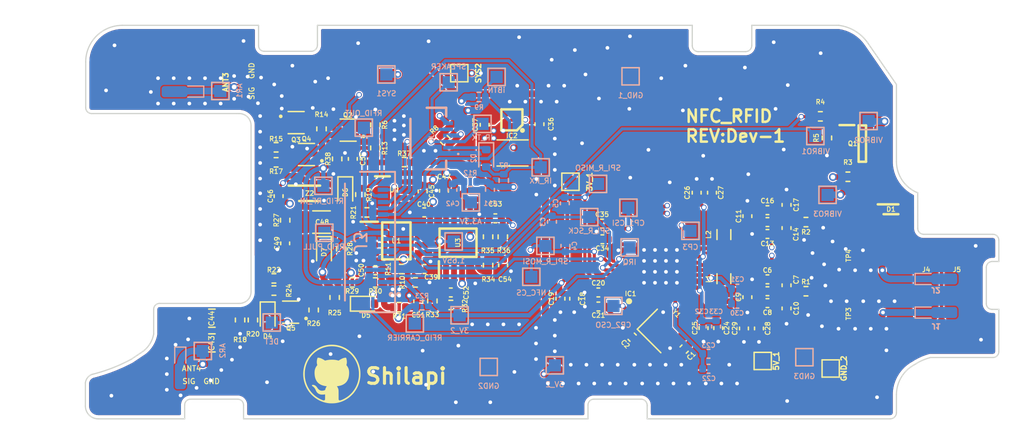
<source format=kicad_pcb>
(kicad_pcb (version 20240108) (generator "pcbnew") (generator_version "8.0")
  (layers (0 "F.Cu" signal) (1 "In1.Cu" power) (2 "In2.Cu" signal) (31 "B.Cu" signal) (34 "B.Paste" user) (35 "F.Paste" user) (36 "B.SilkS" user "B.Silkscreen") (37 "F.SilkS" user "F.Silkscreen") (38 "B.Mask" user) (39 "F.Mask" user) (44 "Edge.Cuts" user))
  (net 0 "")
  (net 1 "GND")
  (net 2 "Net-(IC1-XTI)")
  (net 3 "Net-(IC1-XTO)")
  (net 4 "/NFC/SPI_R_SCK")
  (net 5 "/NFC/SPI_R_MOSI")
  (net 6 "/NFC/SPI_R_MISO")
  (net 7 "/NFC/RFI_P")
  (net 8 "Net-(C10-Pad1)")
  (net 9 "Net-(C12-Pad1)")
  (net 10 "Net-(C11-Pad1)")
  (net 11 "/NFC/RFI_N")
  (net 12 "Net-(C14-Pad2)")
  (net 13 "+3.3V")
  (net 14 "Net-(IC1-VDD_D)")
  (net 15 "Net-(IC1-VDD_A)")
  (net 16 "+5V")
  (net 17 "Net-(IC1-VDD_DR)")
  (net 18 "Net-(IC1-VDD_AM)")
  (net 19 "Net-(IC1-AGDC)")
  (net 20 "SYS")
  (net 21 "Net-(U1B-+)")
  (net 22 "A+3.3V")
  (net 23 "Net-(J7-Pin_1)")
  (net 24 "/Peripheral/iBTN")
  (net 25 "/Peripheral/RFID_CARRIER")
  (net 26 "Net-(D6-A)")
  (net 27 "Net-(C48-Pad1)")
  (net 28 "Net-(U1A--)")
  (net 29 "Net-(C50-Pad2)")
  (net 30 "Net-(C51-Pad2)")
  (net 31 "Net-(U3A--)")
  (net 32 "Net-(C52-Pad2)")
  (net 33 "Net-(C53-Pad2)")
  (net 34 "Net-(U3B--)")
  (net 35 "Net-(C54-Pad2)")
  (net 36 "/Peripheral/RFID_RF_IN")
  (net 37 "Net-(D1-A)")
  (net 38 "Net-(D1-K)")
  (net 39 "/Peripheral/IR_RX")
  (net 40 "/RFID_iBTN/TSOP_RX")
  (net 41 "Net-(D4-A)")
  (net 42 "Net-(D5-K)")
  (net 43 "/NFC/NFC_IRQ")
  (net 45 "Net-(IC1-CSO)")
  (net 46 "/NFC/NFC_CS")
  (net 49 "Net-(IC1-RFO1)")
  (net 50 "/NFC/EXT_LM")
  (net 51 "Net-(IC1-CSI)")
  (net 52 "Net-(IC1-RFO2)")
  (net 53 "Net-(IC2-SW_1)")
  (net 54 "/NFC/NFC_ANT1")
  (net 55 "/NFC/NFC_ANT2")
  (net 56 "/RFID_iBTN/IR_TX")
  (net 57 "/Peripheral/RFID_PULL")
  (net 58 "Net-(J3-Pad10)")
  (net 59 "/RFID_iBTN/SPEAKER")
  (net 60 "/Peripheral/RFID_OUT")
  (net 61 "Net-(J6-Pad4)")
  (net 62 "Net-(J8-Pin_1)")
  (net 63 "Net-(Q1-G)")
  (net 64 "Net-(Q2-D)")
  (net 65 "Net-(Q2-G)")
  (net 66 "Net-(Q3-S)")
  (net 67 "Net-(Q4-D)")
  (net 68 "Net-(Q5-G)")
  (net 69 "Net-(Q5-D)")
  (net 70 "Net-(U2-+)")
  (net 71 "+1.65V")
  (footprint "Capacitor_SMD:C_0402_1005Metric" (layer "F.Cu") (at 99.0854 67.2846)
    (property "Reference" "C39")
    (property "Value" "1uF")
  )
  (footprint "Library:TestPoint_Pad_3.0x2.0mm_round_corner_no_silkscreen" (layer "F.Cu") (at 139.7762 69.1896 90)
    (property "Reference" "J4")
    (property "Value" "+")
  )
  (footprint "Resistor_SMD:R_0402_1005Metric" (layer "F.Cu") (at 98.3488 68.3768)
    (property "Reference" "R10")
    (property "Value" "33k")
  )
  (footprint "Capacitor_SMD:C_0805_2012Metric" (layer "F.Cu") (at 81.8388 73.2846 180)
    (property "Reference" "C43")
    (property "Value" "3.3nF")
  )
  (footprint "Capacitor_SMD:C_0402_1005Metric" (layer "F.Cu") (at 104.8284 63.1698)
    (property "Reference" "C53")
    (property "Value" "100pF")
  )
  (footprint "Inductor_SMD:L_0805_2012Metric" (layer "F.Cu") (at 123.3678 64.4906 90)
    (property "Reference" "L2")
    (property "Value" "270nH")
  )
  (footprint "Capacitor_SMD:C_0402_1005Metric" (layer "F.Cu") (at 126.8984 63.4746)
    (property "Reference" "C16")
    (property "Value" "100pF")
  )
  (footprint "SamacSys_Parts:QFN50P500X500X100-33N-D" (layer "F.Cu") (at 118.1746 67.0266 90)
    (property "Reference" "IC1")
    (property "Value" "ST25R3916-AQWT" (hide yes))
  )
  (footprint "Package_TO_SOT_SMD:SOT-523" (layer "F.Cu") (at 92.8878 56.007 180)
    (property "Reference" "Q2")
    (property "Value" "DMN2004TK-7")
  )
  (footprint "Capacitor_SMD:C_0402_1005Metric" (layer "F.Cu") (at 105.4608 66.9798 90)
    (property "Reference" "C54")
    (property "Value" "4.7nF")
  )
  (footprint "SamacSys_Parts:SOP65P490X110-8N" (layer "F.Cu") (at 101.8032 65.151 90)
    (property "Reference" "U3")
    (property "Value" "LMV358AIDGKR" (hide yes))
  )
  (footprint "SamacSys_Parts:SOT65P210X110-5N" (layer "F.Cu") (at 96.6216 60.8584)
    (property "Reference" "U2")
    (property "Value" "LMV331IDCKR" (hide yes))
  )
  (footprint "Resistor_SMD:R_0402_1005Metric" (layer "F.Cu") (at 93.8784 61.2394 -90)
    (property "Reference" "R19")
    (property "Value" "330k")
  )
  (footprint "Inductor_SMD:L_Murata_DFE201610P" (layer "F.Cu") (at 106.2228 57.8612)
    (property "Reference" "L3")
    (property "Value" "470nH")
  )
  (footprint "Capacitor_SMD:C_0402_1005Metric" (layer "F.Cu") (at 99.06 62.6872)
    (property "Reference" "C40")
    (property "Value" "100nF")
  )
  (footprint "Resistor_SMD:R_0402_1005Metric" (layer "F.Cu") (at 133.4262 59.7916)
    (property "Reference" "R3")
    (property "Value" "22")
  )
  (footprint "Capacitor_SMD:C_0402_1005Metric" (layer "F.Cu") (at 98.933 60.9854 -90)
    (property "Reference" "C45")
    (property "Value" "100nF")
  )
  (footprint "Capacitor_SMD:C_0402_1005Metric" (layer "F.Cu") (at 126.2126 72.1106 -90)
    (property "Reference" "C28")
    (property "Value" "10nF")
  )
  (footprint "Crystal:Crystal_SMD_2016-4Pin_2.0x1.6mm" (layer "F.Cu") (at 118.11 72.3138 -45)
    (property "Reference" "Y1")
    (property "Value" "CF4027M12010001")
  )
  (footprint "Library:TP_DP" (layer "F.Cu") (at 134.0104 66.198 90)
    (property "Reference" "TP4")
    (property "Value" "ANT2")
  )
  (footprint "Capacitor_SMD:C_0402_1005Metric" (layer "F.Cu") (at 87.7824 65.2018 -90)
    (property "Reference" "C49")
    (property "Value" "1nF")
  )
  (footprint "Resistor_SMD:R_0402_1005Metric" (layer "F.Cu") (at 95.0976 55.5752 90)
    (property "Reference" "R6")
    (property "Value" "10k")
  )
  (footprint "TestPoint:TestPoint_Pad_1.0x1.0mm" (layer "F.Cu") (at 101.9048 51.3842 90)
    (property "Reference" "TP24")
    (property "Value" "SYS2")
  )
  (footprint "Capacitor_SMD:C_0402_1005Metric" (layer "F.Cu") (at 111.2266 69.6976 -90)
    (property "Reference" "C18")
    (property "Value" "10nF")
  )
  (footprint "Resistor_SMD:R_0402_1005Metric" (layer "F.Cu") (at 85.1662 71.4248 -90)
    (property "Reference" "R20")
    (property "Value" "0")
  )
  (footprint "Package_TO_SOT_SMD:SOT-523" (layer "F.Cu") (at 88.2242 70.7898 180)
    (property "Reference" "Q5")
    (property "Value" "DMN5L06TK-7")
  )
  (footprint "Resistor_SMD:R_0402_1005Metric" (layer "F.Cu") (at 92.329 65.659 90)
    (property "Reference" "R28")
    (property "Value" "1M")
  )
  (footprint "Resistor_SMD:R_0402_1005Metric" (layer "F.Cu") (at 97.028 70.3834 180)
    (property "Reference" "R31")
    (property "Value" "1k")
  )
  (footprint "Resistor_SMD:R_0402_1005Metric" (layer "F.Cu") (at 99.7204 69.8754 -90)
    (property "Reference" "R33")
    (property "Value" "10k")
  )
  (footprint "SamacSys_Parts:SOP65P490X110-8N" (layer "F.Cu") (at 96.7994 64.9986)
    (property "Reference" "U1")
    (property "Value" "LMV358AIDGKR" (hide yes))
  )
  (footprint "Capacitor_SMD:C_0402_1005Metric" (layer "F.Cu") (at 113.51 64.8716 180)
    (property "Reference" "C34")
    (property "Value" "10nF")
  )
  (footprint "SamacSys_Parts:SOT95P280X125-3N" (layer "F.Cu") (at 134.5946 57.0992)
    (property "Reference" "Q1")
    (property "Value" "AO3400A" (hide yes))
  )
  (footprint "Capacitor_SMD:C_0402_1005Metric" (layer "F.Cu") (at 128.4478 63.9572 90)
    (property "Reference" "C14")
    (property "Value" "10pF")
  )
  (footprint "Resistor_SMD:R_0402_1005Metric" (layer "F.Cu") (at 131.191 54.8894)
    (property "Reference" "R4")
    (property "Value" "150")
  )
  (footprint "Library:TestPoint_Pad_3.0x2.0mm_round_corner_no_silkscreen" (layer "F.Cu") (at 142.2654 69.1896 90)
    (property "Reference" "J5")
    (property "Value" "-")
  )
  (footprint "Capacitor_SMD:C_0402_1005Metric" (layer "F.Cu") (at 103.9622 55.5752 90)
    (property "Reference" "C37")
    (property "Value" "10uF")
  )
  (footprint "Resistor_SMD:R_0402_1005Metric" (layer "F.Cu") (at 100.7618 56.8198 -45)
    (property "Reference" "R8")
    (property "Value" "51")
  )
  (footprint "Capacitor_SMD:C_0402_1005Metric" (layer "F.Cu") (at 125.2728 69.5706 -90)
    (property "Reference" "C9")
    (property "Value" "680pF")
  )
  (footprint "Capacitor_SMD:C_0402_1005Metric" (layer "F.Cu") (at 121.158 61.087 90)
    (property "Reference" "C26")
    (property "Value" "10nF")
  )
  (footprint "Capacitor_SMD:C_0402_1005Metric" (layer "F.Cu") (at 93.2688 58.3438 -90)
    (property "Reference" "C55")
    (property "Value" "100pF")
  )
  (footprint "Capacitor_SMD:C_0402_1005Metric" (layer "F.Cu") (at 126.8984 68.1228 180)
    (property "Reference" "C6")
    (property "Value" "100pF")
  )
  (footprint "Resistor_SMD:R_0402_1005Metric" (layer "F.Cu") (at 86.868 68.0466)
    (property "Reference" "R22")
    (property "Value" "330k")
  )
  (footprint "Resistor_SMD:R_0402_1005Metric" (layer "F.Cu") (at 87.7824 63.3222 -90)
    (property "Reference" "R27")
    (property "Value" "5.1k")
  )
  (footprint "Resistor_SMD:R_0402_1005Metric" (layer "F.Cu") (at 105.4354 64.6684 -90)
    (property "Reference" "R36")
    (property "Value" "10k")
  )
  (footprint "Library:TP_DP" (layer "F.Cu") (at 134.0104 70.9224 90)
    (property "Reference" "TP3")
    (property "Value" "ANT1")
  )
  (footprint "Resistor_SMD:R_0402_1005Metric" (layer "F.Cu") (at 95.0976 57.4548 90)
    (property "Reference" "R13")
    (property "Value" "51")
  )
  (footprint "Diode_SMD:D_SOD-523" (layer "F.Cu") (at 86.36 71.2216 -90)
    (property "Reference" "D4")
    (property "Value" "1N4148WT")
  )
  (footprint "Resistor_SMD:R_0402_1005Metric" (layer "F.Cu") (at 87.0458 57.404 180)
    (property "Reference" "R15")
    (property "Value" "4.7")
  )
  (footprint "Capacitor_SMD:C_0402_1005Metric" (layer "F.Cu") (at 121.7168 72.0852 -90)
    (property "Reference" "C25")
    (property "Value" "2.2uF")
  )
  (footprint "Capacitor_SMD:C_0402_1005Metric" (layer "F.Cu") (at 125.2728 62.992 90)
    (property "Reference" "C11")
    (property "Value" "680pF")
  )
  (footprint "Resistor_SMD:R_0402_1005Metric" (layer "F.Cu") (at 104.2416 64.6684 -90)
    (property "Reference" "R35")
    (property "Value" "1k")
  )
  (footprint "Capacitor_SMD:C_0402_1005Metric" (layer "F.Cu") (at 87.249 61.3664 90)
    (property "Reference" "C46")
    (property "Value" "10nF")
  )
  (footprint "Capacitor_SMD:C_0402_1005Metric" (layer "F.Cu") (at 128.4478 68.6054 -90)
    (property "Reference" "C7")
    (property "Value" "10pF")
  )
  (footprint "Capacitor_SMD:C_0402_1005Metric" (layer "F.Cu") (at 101.219 69.1896 180)
    (property "Reference" "C52")
    (property "Value" "100pF")
  )
  (footprint "Diode_SMD:D_SOD-523" (layer "F.Cu") (at 92.6592 61.0616 -90)
    (property "Reference" "D6")
    (property "Value" "1N4148WT")
  )
  (footprint "Capacitor_SMD:C_0805_2012Metric" (layer "F.Cu") (at 81.8388 71.278 180)
    (property "Reference" "C44")
    (property "Value" "C")
  )
  (footprint "Capacitor_SMD:C_0402_1005Metric" (layer "F.Cu") (at 126.8984 69.088)
    (property "Reference" "C8")
    (property "Value" "100pF")
  )
  (footprint "Capacitor_SMD:C_0402_1005Metric" (layer "F.Cu") (at 113.1824 69.1896 180)
    (property "Reference" "C20")
    (property "Value" "10nF")
  )
  (footprint "SamacSys_Parts:SODFL1608X70N" (layer "F.Cu") (at 136.9188 62.4332)
    (property "Reference" "D1")
    (property "Value" "1N4148X-TP" (hide yes))
  )
  (footprint "Capacitor_SMD:C_0402_1005Metric" (layer "F.Cu") (at 120.142 73.787 45)
    (property "Reference" "C1")
    (property "Value" "6pF")
  )
  (footprint "Capacitor_SMD:C_0402_1005Metric" (layer "F.Cu") (at 124.9934 72.1106 -90)
    (property "Reference" "C29")
    (property "Value" "2.2uF")
  )
  (footprint "Capacitor_SMD:C_0402_1005Metric" (layer "F.Cu") (at 126.8984 64.4398 180)
    (property "Reference" "C13")
    (property "Value" "100pF")
  )
  (footprint "Resistor_SMD:R_0402_1005Metric" (layer "F.Cu") (at 94.4118 62.6872)
    (property "Reference" "R21")
    (property "Value" "R")
  )
  (footprint "Resistor_SMD:R_0402_1005Metric" (layer "F.Cu") (at 84.1248 71.4248 -90)
    (property "Reference" "R18")
    (property "Value" "R")
  )
  (footprint "Resistor_SMD:R_0402_1005Metric" (layer "F.Cu") (at 101.219 70.2056 180)
    (property "Reference" "R32")
    (property "Value" "1k")
  )
  (footprint "Resistor_SMD:R_0402_1005Metric" (layer "F.Cu") (at 97.2058 67.2846)
    (property "Reference" "R11")
    (property "Value" "33k")
  )
  (footprint "Resistor_SMD:R_0402_1005Metric" (layer "F.Cu") (at 91.9988 58.3438 90)
    (property "Reference" "R38")
    (property "Value" "20k")
  )
  (footprint "Resistor_SMD:R_0402_1005Metric" (layer "F.Cu") (at 93.218 68.3768 180)
    (property "Reference" "R29")
    (property "Value" "1k")
  )
  (footprint "TestPoint:TestPoint_Pad_1.0x1.0mm" (layer "F.Cu") (at 126.5174 74.7522 90)
    (property "Reference" "TP25")
    (property "Value" "5V_1")
  )
  (footprint "SamacSys_Parts:SOD2512X115N" (layer "F.Cu") (at 89.7636 61.1378)
    (property "Reference" "Z2")
    (property "Value" "BZT52C33S-TP" (hide yes))
  )
  (footprint "Capacitor_SMD:C_0402_1005Metric" (layer "F.Cu") (at 113.185 70.3326 180)
    (property "Reference" "C21")
    (property "Value" "2.2uF")
  )
  (footprint "Capacitor_SMD:C_0402_1005Metric" (layer "F.Cu") (at 128.4478 62.0776 -90)
    (property "Reference" "C17")
    (property "Value" "62pF")
  )
  (footprint "Capacitor_SMD:C_0402_1005Metric" (layer "F.Cu") (at 122.4026 61.087 90)
    (property "Reference" "C27")
    (property "Value" "2.2uF")
  )
  (footprint "Resistor_SMD:R_0402_1005Metric" (layer "F.Cu") (at 104.2416 66.9798 -90)
    (property "Reference" "R34")
    (property "Value" "1k")
  )
  (footprint "Capacitor_SMD:C_0402_1005Metric" (layer "F.Cu") (at 126.8984 62.5094)
    (property "Reference" "C15" (hide yes))
    (property "Value" "C")
  )
  (footprint "Library:TP_DP" (layer "F.Cu") (at 84.4296 52.1462 90)
    (property "Reference" "TP37")
    (property "Value" "ANT3")
  )
  (footprint "Resistor_SMD:R_0402_1005Metric" (layer "F.Cu") (at 87.0458 58.6232)
    (property "Reference" "R17")
    (property "Value" "4.7")
  )
  (footprint "TestPoint:TestPoint_Pad_1.0x1.0mm" (layer "F.Cu") (at 132.0292 75.3618 90)
    (property "Reference" "TP30")
    (property "Value" "GND_2")
  )
  (footprint "Resistor_SMD:R_0402_1005Metric" (layer "F.Cu") (at 131.7244 56.642 -90)
    (property "Reference" "R5")
    (property "Value" "10k")
  )
  (footprint "Resistor_SMD:R_0402_1005Metric" (layer "F.Cu") (at 130.0226 63.4746)
    (property "Reference" "R2")
    (property "Value" "0Ω")
  )
  (footprint "Inductor_SMD:L_0805_2012Metric" (layer "F.Cu") (at 123.3678 68.072 -90)
    (property "Reference" "L1")
    (property "Value" "270nH")
  )
  (footprint "Capacitor_SMD:C_1206_3216Metric" (layer "F.Cu") (at 90.7288 63.4746)
    (property "Reference" "C48")
    (property "Value" "220nF")
  )
  (footprint "Capacitor_SMD:C_0402_1005Metric" (layer "F.Cu") (at 100.6602 60.9346 -90)
    (property "Reference" "C47")
    (property "Value" "100nF")
  )
  (footprint "Capacitor_SMD:C_0402_1005Metric" (layer "F.Cu") (at 108.4072 55.5244 90)
    (property "Reference" "C36")
    (property "Value" "22uF")
  )
  (footprint "Resistor_SMD:R_0402_1005Metric" (layer "F.Cu") (at 86.868 69.0372 180)
    (property "Reference" "R24")
    (property "Value" "330")
  )
  (footprint "Resistor_SMD:R_0402_1005Metric" (layer "F.Cu") (at 90.7288 55.9054 -90)
    (property "Reference" "R14")
    (property "Value" "510")
  )
  (footprint "Library:GITHUB LOGO" (layer "F.Cu") (at 91.567 75.8698)
    (property "Reference" "G***")
    (property "Value" "LOGO" (hide yes))
  )
  (footprint "Capacitor_SMD:C_0402_1005Metric" (layer "F.Cu") (at 113.4846 63.6016 180)
    (property "Reference" "C35")
    (property "Value" "2.2uF")
  )
  (footprint "Capacitor_SMD:C_0402_1005Metric" (layer "F.Cu") (at 128.4478 70.485 -90)
    (property "Reference" "C10")
    (property "Value" "62pF")
  )
  (footprint "TestPoint:TestPoint_Pad_1.0x1.0mm" (layer "F.Cu") (at 110.9218 60.198 90)
    (property "Reference" "TP27")
    (property "Value" "3V_1")
  )
  (footprint "Capacitor_SMD:C_0402_1005Metric" (layer "F.Cu") (at 126.8984 70.0532)
    (property "Reference" "C12" (hide yes))
    (property "Value" "C")
  )
  (footprint "Diode_SMD:D_SOD-523" (layer "F.Cu") (at 90.932 65.913 -90)
    (property "Reference" "D7")
    (property "Value" "1N4148WT")
  )
  (footprint "Diode_SMD:D_SOD-523" (layer "F.Cu") (at 94.3356 70.104)
    (property "Reference" "D5")
    (property "Value" "1N4148WT")
  )
  (footprint "Resistor_SMD:R_0402_1005Metric" (layer "F.Cu") (at 90.0938 70.612 -90)
    (property "Reference" "R26")
    (property "Value" "220")
  )
  (footprint "Package_TO_SOT_SMD:SOT-523" (layer "F.Cu") (at 88.6714 55.3974)
    (property "Reference" "Q3")
    (property "Value" "DMP2004TK-7")
  )
  (footprint "Capacitor_SMD:C_0402_1005Metric" (layer "F.Cu") (at 115.9256 72.8218 -45)
    (property "Reference" "C2")
    (property "Value" "6pF")
  )
  (footprint "Library:TP_DP" (layer "F.Cu") (at 80.8482 75.9008)
    (property "Reference" "TP38")
    (property "Value" "ANT4")
  )
  (footprint "Capacitor_SMD:C_0402_1005Metric" (layer "F.Cu") (at 98.5774 69.9008 -90)
    (property "Reference" "C51")
    (property "Value" "4.7nF")
  )
  (footprint "SamacSys_Parts:BGA9C40P3X3_122X122X62" (layer "F.Cu") (at 106.172 55.1752 180)
    (property "Reference" "IC2")
    (property "Value" "FAN48610UC50X" (hide yes))
  )
  (footprint "Resistor_SMD:R_0402_1005Metric" (layer "F.Cu") (at 97.4344 58.5978 180)
    (property "Reference" "R37")
    (property "Value" "33k")
  )
  (footprint "Resistor_SMD:R_0402_1005Metric" (layer "F.Cu") (at 91.7956 69.596 -90)
    (property "Reference" "R25")
    (property "Value" "220")
  )
  (footprint "Resistor_SMD:R_0402_1005Metric" (layer "F.Cu") (at 130.0226 69.088)
    (property "Reference" "R1")
    (property "Value" "0Ω")
  )
  (footprint "Capacitor_SMD:C_0402_1005Metric" (layer "F.Cu") (at 95.0976 67.3862)
    (property "Reference" "C50")
    (property "Value" "C")
  )
  (footprint "Capacitor_SMD:C_0402_1005Metric" (layer "F.Cu") (at 110.109 69.6976 -90)
    (property "Reference" "C19")
    (property "Value" "2.2uF")
  )
  (footprint "Package_TO_SOT_SMD:SOT-523" (layer "F.Cu") (at 89.5096 57.9882 180)
    (property "Reference" "Q4")
    (property "Value" "DMN2004TK-7")
  )
  (footprint "Resistor_SMD:R_0402_1005Metric" (layer "F.Cu") (at 95.0976 68.3768 180)
    (property "Reference" "R30")
    (property "Value" "4.7k")
  )
  (footprint "Capacitor_SMD:C_0402_1005Metric" (layer "F.Cu") (at 122.9106 72.0852 -90)
    (property "Reference" "C24")
    (property "Value" "10nF")
  )
  (footprint "TestPoint:TestPoint_Pad_1.0x1.0mm" (layer "B.Cu") (at 107.7468 67.9196 180)
    (property "Reference" "TP16")
    (property "Value" "NFC_CS")
  )
  (footprint "TestPoint:TestPoint_Pad_1.0x1.0mm" (layer "B.Cu") (at 114.4016 70.2818 180)
    (property "Reference" "TP2")
    (property "Value" "CP2_CSO")
  )
  (footprint "TestPoint:TestPoint_Pad_1.0x1.0mm" (layer "B.Cu") (at 101.0412 52.1208 180)
    (property "Reference" "TP8")
    (property "Value" "SPEAKER")
  )
  (footprint "TestPoint:TestPoint_Pad_1.0x1.0mm" (layer "B.Cu") (at 101.4476 65.0494 180)
    (property "Reference" "TP33")
    (property "Value" "1.65V")
  )
  (footprint "TestPoint:TestPoint_Pad_1.0x1.0mm" (layer "B.Cu") (at 135.1026 55.2704 180)
    (property "Reference" "TP22")
    (property "Value" "VIBRO2")
  )
  (footprint "TestPoint:TestPoint_Pad_1.0x1.0mm" (layer "B.Cu") (at 108.8898 65.405 180)
    (property "Reference" "TP10")
    (property "Value" "SPI_R_MOSI")
  )
  (footprint "Capacitor_SMD:C_0402_1005Metric" (layer "B.Cu") (at 104.394 60.8584 -90)
    (property "Reference" "C41")
    (property "Value" "1uF")
  )
  (footprint "Resistor_SMD:R_0402_1005Metric" (layer "B.Cu") (at 102.7938 60.198 180)
    (property "Reference" "R12")
    (property "Value" "10")
  )
  (footprint "TestPoint:TestPoint_Pad_1.0x1.0mm" (layer "B.Cu") (at 109.6518 75.1078 180)
    (property "Reference" "TP26")
    (property "Value" "5V_2")
  )
  (footprint "Library:CONN18x1_FH34SRJ-18S-0.5SH50_HIR" (layer "B.Cu") (at 94.662193 65.097599 90)
    (property "Reference" "J3")
    (property "Value" "HC-FPC-05-09-18RLTAG")
  )
  (footprint "Capacitor_SMD:C_0402_1005Metric" (layer "B.Cu") (at 110.4646 61.9506 -90)
    (property "Reference" "C5")
    (property "Value" "C")
  )
  (footprint "Capacitor_SMD:C_0402_1005Metric" (layer "B.Cu") (at 122.1232 75.3872)
    (property "Reference" "C22")
    (property "Value" "10nF")
  )
  (footprint "TestPoint:TestPoint_Pad_1.0x1.0mm" (layer "B.Cu") (at 95.9866 51.4858 180)
    (property "Reference" "TP23")
    (property "Value" "SYS1")
  )
  (footprint "TestPoint:TestPoint_Pad_1.0x1.0mm" (layer "B.Cu") (at 90.8812 60.5282 180)
    (property "Reference" "TP15")
    (property "Value" "RFID_RF_IN")
  )
  (footprint "TestPoint:TestPoint_Pad_1.0x1.0mm" (layer "B.Cu") (at 81.1022 73.9394 -90)
    (property "Reference" "TP36")
    (property "Value" "AR2")
  )
  (footprint "Capacitor_SMD:C_0402_1005Metric" (layer "B.Cu") (at 124.46 68.8848)
    (property "Reference" "C31")
    (property "Value" "2.2uF")
  )
  (footprint "TestPoint:TestPoint_Pad_1.0x1.0mm" (layer "B.Cu") (at 82.5246 52.832 -90)
    (property "Reference" "TP35")
    (property "Value" "AR1")
  )
  (footprint "TestPoint:TestPoint_Pad_1.0x1.0mm" (layer "B.Cu") (at 101.9302 71.0438 180)
    (property "Reference" "TP28")
    (property "Value" "3V_2")
  )
  (footprint "TestPoint:TestPoint_Pad_1.0x1.0mm" (layer "B.Cu") (at 113.157 60.3758 180)
    (property "Reference" "TP13")
    (property "Value" "SPI_R_MISO")
  )
  (footprint "Capacitor_SMD:C_0402_1005Metric" (layer "B.Cu") (at 122.1232 74.168)
    (property "Reference" "C23")
    (property "Value" "2.2uF")
  )
  (footprint "Capacitor_SMD:C_0402_1005Metric" (layer "B.Cu") (at 124.4626 70.104)
    (property "Reference" "C30")
    (property "Value" "10nF")
  )
  (footprint "TestPoint:TestPoint_Pad_1.0x1.0mm" (layer "B.Cu") (at 115.7986 51.6382 180)
    (property "Reference" "TP29")
    (property "Value" "GND_1")
  )
  (footprint "TestPoint:TestPoint_Pad_1.0x1.0mm" (layer "B.Cu") (at 112.4458 63.0682 180)
    (property "Reference" "TP14")
    (property "Value" "SPI_R_SCK")
  )
  (footprint "Capacitor_SMD:C_0402_1005Metric" (layer "B.Cu") (at 110.5154 65.405 90)
    (property "Reference" "C4")
    (property "Value" "C")
  )
  (footprint "Library:SMD_L3.4-W0.9" (layer "B.Cu") (at 140.5786 68.0394)
    (property "Reference" "J2")
    (property "Value" "BW0033AG-L3.4W0.9H1.8")
  )
  (footprint "TestPoint:TestPoint_Pad_1.0x1.0mm" (layer "B.Cu") (at 104.2924 75.2348 180)
    (property "Reference" "TP19")
    (property "Value" "GND2")
  )
  (footprint "Resistor_SMD:R_0402_1005Metric" (layer "B.Cu") (at 98.8842 70.231)
    (property "Reference" "R23")
    (property "Value" "10k")
  )
  (footprint "Resistor_SMD:R_0402_1005Metric" (layer "B.Cu") (at 103.505 53.3146)
    (property "Reference" "R9")
    (property "Value" "47k")
  )
  (footprint "TestPoint:TestPoint_Pad_1.0x1.0mm" (layer "B.Cu") (at 86.6902 71.628 180)
    (property "Reference" "TP39")
    (property "Value" "DET")
  )
  (footprint "Library:SMD_L3.4-W0.9" (layer "B.Cu") (at 79.4766 52.9336 180)
    (property "Reference" "J8")
    (property "Value" "BW0033AG-L3.4W0.9H1.8")
  )
  (footprint "Resistor_SMD:R_0402_1005Metric" (layer "B.Cu") (at 105.5116 60.0964 90)
    (property "Reference" "R7")
    (property "Value" "10k")
  )
  (footprint "TestPoint:TestPoint_Pad_1.0x1.0mm" (layer "B.Cu") (at 129.8956 74.4474 180)
    (property "Reference" "TP20")
    (property "Value" "GND3")
  )
  (footprint "TestPoint:TestPoint_Pad_1.0x1.0mm" (layer "B.Cu") (at 115.6208 62.3062 180)
    (property "Reference" "TP1")
    (property "Value" "CP1_CSI")
  )
  (footprint "TestPoint:TestPoint_Pad_1.0x1.0mm" (layer "B.Cu") (at 103.7844 55.499 180)
    (property "Reference" "TP7")
    (property "Value" "IR_TX")
  )
  (footprint "TestPoint:TestPoint_Pad_1.0x1.0mm" (layer "B.Cu") (at 102.8446 61.8744 180)
    (property "Reference" "TP34")
    (property "Value" "A3.3V")
  )
  (footprint "Library:SMD_L3.4-W0.9" (layer "B.Cu") (at 140.5794 70.7652)
    (property "Reference" "J1")
    (property "Value" "BW0033AG-L3.4W0.9H1.8")
  )
  (footprint "TestPoint:TestPoint_Pad_1.0x1.0mm" (layer "B.Cu") (at 90.9574 64.3382 180)
    (property "Reference" "TP12")
    (property "Value" "RFID_PULL")
  )
  (footprint "Capacitor_SMD:C_0402_1005Metric" (layer "B.Cu") (at 122.7328 71.9582 -90)
    (property "Reference" "C33")
    (property "Value" "2.2uF")
  )
  (footprint "Capacitor_SMD:C_0402_1005Metric" (layer "B.Cu") (at 101.346 60.8584 -90)
    (property "Reference" "C42")
    (property "Value" "1uF")
  )
  (footprint "TestPoint:TestPoint_Pad_1.0x1.0mm" (layer "B.Cu") (at 98.298 71.7042 180)
    (property "Reference" "TP18")
    (property "Value" "RFID_CARRIER")
  )
  (footprint "Capacitor_SMD:C_0402_1005Metric" (layer "B.Cu") (at 109.4232 63.4492 -90)
    (property "Reference" "C3")
    (property "Value" "C")
  )
  (footprint "TestPoint:TestPoint_Pad_1.0x1.0mm" (layer "B.Cu") (at 115.7224 65.532 180)
    (property "Reference" "TP40")
    (property "Value" "IRQ")
  )
  (footprint "TestPoint:TestPoint_Pad_1.0x1.0mm" (layer "B.Cu") (at 94.1578 55.8038 180)
    (property "Reference" "TP11")
    (property "Value" "RFID_OUT")
  )
  (footprint "TestPoint:TestPoint_Pad_1.0x1.0mm" (layer "B.Cu") (at 131.7752 61.2648 180)
    (property "Reference" "TP21")
    (property "Value" "VIBRO3")
  )
  (footprint "TestPoint:TestPoint_Pad_1.0x1.0mm" (layer "B.Cu") (at 108.5088 59.0296 180)
    (property "Reference" "TP6")
    (property "Value" "IR_RX")
  )
  (footprint "TestPoint:TestPoint_Pad_1.0x1.0mm" (layer "B.Cu") (at 120.65 64.1858 180)
    (property "Reference" "TP5")
    (property "Value" "CP3")
  )
  (footprint "Library:SMD_L3.4-W0.9" (layer "B.Cu") (at 79.3314 75.326 -90)
    (property "Reference" "J7")
    (property "Value" "BW0033AG-L3.4W0.9H1.8")
  )
  (footprint "SamacSys_Parts:AFH34S06FIA1H" (layer "B.Cu") (at 99.4664 56.6928 90)
    (property "Reference" "J6")
    (property "Value" "AFH34-S06FIA-1H" (hide yes))
  )
  (footprint "TestPoint:TestPoint_Pad_1.0x1.0mm" (layer "B.Cu") (at 130.7846 56.4896 180)
    (property "Reference" "TP17")
    (property "Value" "VIBRO1")
  )
  (footprint "Capacitor_SMD:C_0402_1005Metric" (layer "B.Cu") (at 121.5644 71.9582 -90)
    (property "Reference" "C32")
    (property "Value" "10nF")
  )
  (footprint "TestPoint:TestPoint_Pad_1.0x1.0mm" (layer "B.Cu") (at 104.9274 51.689 180)
    (property "Reference" "TP9")
    (property "Value" "iBTN")
  )
  (footprint "Diode_SMD:D_SOD-523" (layer "B.Cu") (at 104.0892 58.293 -90)
    (property "Reference" "D2")
    (property "Value" "1N4148WT")
  )
  (gr_line (start 71.6026 50.4698) (end 71.6026 54.1782) (stroke (width 0.1)) (layer "Edge.Cuts"))
  (gr_arc (start 125.6284 49.1236) (mid 125.47961 49.48281) (end 125.1204 49.6316) (stroke (width 0.1)) (layer "Edge.Cuts"))
  (gr_line (start 112.3442 79.4512) (end 84.4042 79.4512) (stroke (width 0.1)) (layer "Edge.Cuts"))
  (gr_arc (start 145.1102 70.5612) (mid 144.786911 70.427289) (end 144.653 70.104) (stroke (width 0.1)) (layer "Edge.Cuts"))
  (gr_line (start 75.29088 74.616762) (end 76.266851 73.960207) (stroke (width 0.1)) (layer "Edge.Cuts"))
  (gr_arc (start 137.3632 78.9432) (mid 137.21441 79.30241) (end 136.8552 79.4512) (stroke (width 0.1)) (layer "Edge.Cuts"))
  (gr_line (start 89.8906 49.6062) (end 86.0806 49.6062) (stroke (width 0.1)) (layer "Edge.Cuts"))
  (gr_line (start 137.3632 52.2986) (end 137.3632 58.547) (stroke (width 0.1)) (layer "Edge.Cuts"))
  (gr_arc (start 144.653 67.1576) (mid 144.79435 66.81635) (end 145.1356 66.675) (stroke (width 0.1)) (layer "Edge.Cuts"))
  (gr_line (start 135.058837 48.958208) (end 137.3632 52.2986) (stroke (width 0.1)) (layer "Edge.Cuts"))
  (gr_line (start 112.3442 78.3336) (end 112.3442 79.4512) (stroke (width 0.1)) (layer "Edge.Cuts"))
  (gr_line (start 125.6284 47.498) (end 125.6284 49.1236) (stroke (width 0.1)) (layer "Edge.Cuts"))
  (gr_line (start 125.1204 49.6316) (end 121.285 49.6316) (stroke (width 0.1)) (layer "Edge.Cuts"))
  (gr_line (start 79.629 78.3336) (end 79.629 79.4512) (stroke (width 0.1)) (layer "Edge.Cuts"))
  (gr_line (start 77.1144 70.5612) (end 77.1144 72.5678) (stroke (width 0.1)) (layer "Edge.Cuts"))
  (gr_arc (start 138.830308 75.051784) (mid 139.445708 74.712735) (end 140.107321 74.476218) (stroke (width 0.1)) (layer "Edge.Cuts"))
  (gr_line (start 145.669 66.675) (end 145.1356 66.675) (stroke (width 0.1)) (layer "Edge.Cuts"))
  (gr_arc (start 72.6186 79.4512) (mid 71.882219 79.146181) (end 71.5772 78.4098) (stroke (width 0.1)) (layer "Edge.Cuts"))
  (gr_line (start 120.8024 47.498) (end 120.8024 49.149) (stroke (width 0.1)) (layer "Edge.Cuts"))
  (gr_arc (start 116.6368 77.850366) (mid 117.005329 78.008437) (end 117.144799 78.3844) (stroke (width 0.1)) (layer "Edge.Cuts"))
  (gr_arc (start 86.0806 49.6062) (mid 85.757311 49.472289) (end 85.6234 49.149) (stroke (width 0.1)) (layer "Edge.Cuts"))
  (gr_line (start 145.669 66.675) (end 145.669 64.9478) (stroke (width 0.1)) (layer "Edge.Cuts"))
  (gr_line (start 85.6234 47.498) (end 74.5744 47.498) (stroke (width 0.1)) (layer "Edge.Cuts"))
  (gr_line (start 139.573 64.4652) (end 145.1864 64.4652) (stroke (width 0.1)) (layer "Edge.Cuts"))
  (gr_line (start 125.6284 47.498) (end 132.6896 47.498) (stroke (width 0.1)) (layer "Edge.Cuts"))
  (gr_line (start 90.3986 47.498) (end 90.3986 49.0982) (stroke (width 0.1)) (layer "Edge.Cuts"))
  (gr_line (start 137.3632 77.4954) (end 137.3632 78.9432) (stroke (width 0.1)) (layer "Edge.Cuts"))
  (gr_arc (start 85.0138 69.1388) (mid 84.738539 69.803339) (end 84.074 70.0786) (stroke (width 0.1)) (layer "Edge.Cuts"))
  (gr_arc (start 71.5772 76.5302) (mid 71.751669 76.109916) (end 72.118934 75.841225) (stroke (width 0.1)) (layer "Edge.Cuts"))
  (gr_line (start 79.629 79.4512) (end 72.6186 79.4512) (stroke (width 0.1)) (layer "Edge.Cuts"))
  (gr_line (start 83.9216 77.851) (end 80.1116 77.851) (stroke (width 0.1)) (layer "Edge.Cuts"))
  (gr_line (start 145.669 70.5612) (end 145.669 73.9902) (stroke (width 0.1)) (layer "Edge.Cuts"))
  (gr_line (start 84.4042 79.4512) (end 84.4042 78.3336) (stroke (width 0.1)) (layer "Edge.Cuts"))
  (gr_arc (start 139.087601 61.093997) (mid 137.834846 60.084917) (end 137.3632 58.547) (stroke (width 0.1)) (layer "Edge.Cuts"))
  (gr_arc (start 72.0852 54.6608) (mid 71.74395 54.51945) (end 71.6026 54.1782) (stroke (width 0.1)) (layer "Edge.Cuts"))
  (gr_line (start 145.1864 74.4728) (end 140.1064 74.4728) (stroke (width 0.1)) (layer "Edge.Cuts"))
  (gr_line (start 90.3986 47.498) (end 120.8024 47.498) (stroke (width 0.1)) (layer "Edge.Cuts"))
  (gr_line (start 77.597 70.0786) (end 84.074 70.0786) (stroke (width 0.1)) (layer "Edge.Cuts"))
  (gr_line (start 85.6234 49.149) (end 85.6234 47.498) (stroke (width 0.1)) (layer "Edge.Cuts"))
  (gr_line (start 71.5772 76.5302) (end 71.5772 78.4098) (stroke (width 0.1)) (layer "Edge.Cuts"))
  (gr_arc (start 112.3442 78.3336) (mid 112.48555 77.99235) (end 112.8268 77.851) (stroke (width 0.1)) (layer "Edge.Cuts"))
  (gr_arc (start 71.6026 50.4698) (mid 72.47302 48.36842) (end 74.5744 47.498) (stroke (width 0.1)) (layer "Edge.Cuts"))
  (gr_arc (start 139.573 64.4652) (mid 139.23175 64.32385) (end 139.0904 63.9826) (stroke (width 0.1)) (layer "Edge.Cuts"))
  (gr_line (start 144.653 67.1576) (end 144.653 70.104) (stroke (width 0.1)) (layer "Edge.Cuts"))
  (gr_arc (start 77.1144 72.5678) (mid 76.819808 73.342636) (end 76.266851 73.960207) (stroke (width 0.1)) (layer "Edge.Cuts"))
  (gr_arc (start 121.285 49.6316) (mid 120.94375 49.49025) (end 120.8024 49.149) (stroke (width 0.1)) (layer "Edge.Cuts"))
  (gr_arc (start 75.29088 74.616762) (mid 73.743232 75.328274) (end 72.118934 75.841224) (stroke (width 0.1)) (layer "Edge.Cuts"))
  (gr_arc (start 132.6896 47.498001) (mid 134.031457 47.972979) (end 135.058837 48.958208) (stroke (width 0.1)) (layer "Edge.Cuts"))
  (gr_line (start 117.1448 79.4512) (end 117.144799 78.3844) (stroke (width 0.1)) (layer "Edge.Cuts"))
  (gr_arc (start 137.3632 77.4954) (mid 137.758147 76.070297) (end 138.830308 75.051783) (stroke (width 0.1)) (layer "Edge.Cuts"))
  (gr_arc (start 77.1144 70.5612) (mid 77.25575 70.21995) (end 77.597 70.0786) (stroke (width 0.1)) (layer "Edge.Cuts"))
  (gr_arc (start 145.669 73.9902) (mid 145.52765 74.33145) (end 145.1864 74.4728) (stroke (width 0.1)) (layer "Edge.Cuts"))
  (gr_arc (start 90.3986 49.0982) (mid 90.24981 49.45741) (end 89.8906 49.6062) (stroke (width 0.1)) (layer "Edge.Cuts"))
  (gr_line (start 145.1102 70.5612) (end 145.669 70.5612) (stroke (width 0.1)) (layer "Edge.Cuts"))
  (gr_arc (start 79.629 78.3336) (mid 79.77035 77.99235) (end 80.1116 77.851) (stroke (width 0.1)) (layer "Edge.Cuts"))
  (gr_arc (start 84.0486 54.6608) (mid 84.731099 54.943501) (end 85.0138 55.626) (stroke (width 0.1)) (layer "Edge.Cuts"))
  (gr_line (start 136.8552 79.4512) (end 117.1448 79.4512) (stroke (width 0.1)) (layer "Edge.Cuts"))
  (gr_arc (start 145.1864 64.4652) (mid 145.52765 64.60655) (end 145.669 64.9478) (stroke (width 0.1)) (layer "Edge.Cuts"))
  (gr_line (start 72.0852 54.6608) (end 84.0486 54.6608) (stroke (width 0.1)) (layer "Edge.Cuts"))
  (gr_arc (start 83.9216 77.851) (mid 84.26285 77.99235) (end 84.4042 78.3336) (stroke (width 0.1)) (layer "Edge.Cuts"))
  (gr_line (start 139.0904 63.9826) (end 139.087601 61.093997) (stroke (width 0.1)) (layer "Edge.Cuts"))
  (gr_line (start 85.0138 55.626) (end 85.0138 69.1388) (stroke (width 0.1)) (layer "Edge.Cuts"))
  (gr_line (start 116.6368 77.851) (end 112.8268 77.851) (stroke (width 0.1)) (layer "Edge.Cuts"))
  (gr_text "SIG  GND" (at 79.4004 76.6572 0) (layer "F.SilkS") (effects (font (size 0.4318 0.4318) (thickness 0.0762) (bold yes)) (justify left bottom)))
  (gr_text "SIG  GND" (at 85.3186 53.594 90) (layer "F.SilkS") (effects (font (size 0.4318 0.4318) (thickness 0.0762) (bold yes)) (justify left bottom)))
  (gr_text "Shilapi" (at 94.1578 76.7334 0) (layer "F.SilkS") (effects (font (size 1.27 1.27) (thickness 0.254) (bold yes)) (justify left bottom)))
  (gr_text "NFC_RFID\nREV:Dev-1\n" (at 120.142 57.0738 0) (layer "F.SilkS") (effects (font (size 1 1) (thickness 0.2032) (bold yes)) (justify left bottom)))
  (via (at 125.2728 61.7474) (size 0.45) (drill 0.3) (layers "F.Cu" "B.Cu") (net 1))
  (via (at 85.7504 58.674) (size 0.45) (drill 0.3) (layers "F.Cu" "B.Cu") (net 1))
  (via (at 125.0696 50.927) (size 0.45) (drill 0.3) (layers "F.Cu" "B.Cu") (net 1))
  (via (at 116.8908 65.7352) (size 0.45) (drill 0.3) (layers "F.Cu" "B.Cu") (net 1))
  (via (at 98.933 73.914) (size 0.45) (drill 0.3) (layers "F.Cu" "B.Cu") (net 1))
  (via (at 127.5588 54.2798) (size 0.45) (drill 0.3) (layers "F.Cu" "B.Cu") (net 1))
  (via (at 80.5942 76.9366) (size 0.45) (drill 0.3) (layers "F.Cu" "B.Cu") (net 1))
  (via (at 126.2126 73.2028) (size 0.45) (drill 0.3) (layers "F.Cu" "B.Cu") (net 1))
  (via (at 143.7894 65.405) (size 0.45) (drill 0.3) (layers "F.Cu" "B.Cu") (net 1))
  (via (at 108.1278 74.5998) (size 0.45) (drill 0.3) (layers "F.Cu" "B.Cu") (net 1))
  (via (at 97.3582 64.0334) (size 0.45) (drill 0.3) (layers "F.Cu" "B.Cu") (net 1))
  (via (at 131.7244 58.0644) (size 0.45) (drill 0.3) (layers "F.Cu" "B.Cu") (net 1))
  (via (at 79.2988 77.5462) (size 0.45) (drill 0.3) (layers "F.Cu" "B.Cu") (net 1))
  (via (at 136.5504 72.136) (size 0.45) (drill 0.3) (layers "F.Cu" "B.Cu") (net 1))
  (via (at 92.6338 57.8612) (size 0.45) (drill 0.3) (layers "F.Cu" "B.Cu") (net 1))
  (via (at 116.8908 66.6242) (size 0.45) (drill 0.3) (layers "F.Cu" "B.Cu") (net 1))
  (via (at 125.6538 68.1228) (size 0.45) (drill 0.3) (layers "F.Cu" "B.Cu") (net 1))
  (via (at 134.6708 69.9008) (size 0.45) (drill 0.3) (layers "F.Cu" "B.Cu") (net 1))
  (via (at 113.03 64.2366) (size 0.45) (drill 0.3) (layers "F.Cu" "B.Cu") (net 1))
  (via (at 90.0176 66.6496) (size 0.45) (drill 0.3) (layers "F.Cu" "B.Cu") (net 1))
  (via (at 91.2622 51.7906) (size 0.45) (drill 0.3) (layers "F.Cu" "B.Cu") (net 1))
  (via (at 122.9106 73.1774) (size 0.45) (drill 0.3) (layers "F.Cu" "B.Cu") (net 1))
  (via (at 97.8916 62.6872) (size 0.45) (drill 0.3) (layers "F.Cu" "B.Cu") (net 1))
  (via (at 112.0902 70.3326) (size 0.45) (drill 0.3) (layers "F.Cu" "B.Cu") (net 1))
  (via (at 125.2728 70.8152) (size 0.45) (drill 0.3) (layers "F.Cu" "B.Cu") (net 1))
  (via (at 84.7344 51.6636) (size 0.45) (drill 0.3) (layers "F.Cu" "B.Cu") (net 1))
  (via (at 109.6518 73.9648) (size 0.45) (drill 0.3) (layers "F.Cu" "B.Cu") (net 1))
  (via (at 119.5578 68.4022) (size 0.45) (drill 0.3) (layers "F.Cu" "B.Cu") (net 1))
  (via (at 115.3922 76.581) (size 0.45) (drill 0.3) (layers "F.Cu" "B.Cu") (net 1))
  (via (at 125.349 59.5884) (size 0.45) (drill 0.3) (layers "F.Cu" "B.Cu") (net 1))
  (via (at 85.7504 61.1378) (size 0.45) (drill 0.3) (layers "F.Cu" "B.Cu") (net 1))
  (via (at 118.6688 68.4022) (size 0.45) (drill 0.3) (layers "F.Cu" "B.Cu") (net 1))
  (via (at 93.5482 66.5988) (size 0.45) (drill 0.3) (layers "F.Cu" "B.Cu") (net 1))
  (via (at 103.6574 51.3842) (size 0.45) (drill 0.3) (layers "F.Cu" "B.Cu") (net 1))
  (via (at 91.694 54.3052) (size 0.45) (drill 0.3) (layers "F.Cu" "B.Cu") (net 1))
  (via (at 116.8908 68.4022) (size 0.45) (drill 0.3) (layers "F.Cu" "B.Cu") (net 1))
  (via (at 106.6038 52.4002) (size 0.45) (drill 0.3) (layers "F.Cu" "B.Cu") (net 1))
  (via (at 81.28 53.848) (size 0.45) (drill 0.3) (layers "F.Cu" "B.Cu") (net 1))
  (via (at 97.409 54.864) (size 0.45) (drill 0.3) (layers "F.Cu" "B.Cu") (net 1))
  (via (at 135.7884 77.6986) (size 0.45) (drill 0.3) (layers "F.Cu" "B.Cu") (net 1))
  (via (at 83.6422 53.467) (size 0.45) (drill 0.3) (layers "F.Cu" "B.Cu") (net 1))
  (via (at 109.6518 72.6948) (size 0.45) (drill 0.3) (layers "F.Cu" "B.Cu") (net 1))
  (via (at 85.8266 51.7398) (size 0.45) (drill 0.3) (layers "F.Cu" "B.Cu") (net 1))
  (via (at 124.9934 73.2028) (size 0.45) (drill 0.3) (layers "F.Cu" "B.Cu") (net 1))
  (via (at 88.3666 50.7746) (size 0.45) (drill 0.3) (layers "F.Cu" "B.Cu") (net 1))
  (via (at 123.0884 53.467) (size 0.45) (drill 0.3) (layers "F.Cu" "B.Cu") (net 1))
  (via (at 101.6254 78.105) (size 0.45) (drill 0.3) (layers "F.Cu" "B.Cu") (net 1))
  (via (at 91.694 59.563) (size 0.45) (drill 0.3) (layers "F.Cu" "B.Cu") (net 1))
  (via (at 85.7504 57.404) (size 0.45) (drill 0.3) (layers "F.Cu" "B.Cu") (net 1))
  (via (at 107.2642 53.6956) (size 0.45) (drill 0.3) (layers "F.Cu" "B.Cu") (net 1))
  (via (at 99.9744 57.6834) (size 0.45) (drill 0.3) (layers "F.Cu" "B.Cu") (net 1))
  (via (at 110.109 70.7898) (size 0.45) (drill 0.3) (layers "F.Cu" "B.Cu") (net 1))
  (via (at 97.409 56.388) (size 0.45) (drill 0.3) (layers "F.Cu" "B.Cu") (net 1))
  (via (at 87.3252 67.3862) (size 0.45) (drill 0.3) (layers "F.Cu" "B.Cu") (net 1))
  (via (at 82.55 53.848) (size 0.45) (drill 0.3) (layers "F.Cu" "B.Cu") (net 1))
  (via (at 109.6518 60.5028) (size 0.45) (drill 0.3) (layers "F.Cu" "B.Cu") (net 1))
  (via (at 128.4478 60.833) (size 0.45) (drill 0.3) (layers "F.Cu" "B.Cu") (net 1))
  (via (at 97.409 55.626) (size 0.45) (drill 0.3) (layers "F.Cu" "B.Cu") (net 1))
  (via (at 128.4478 71.7296) (size 0.45) (drill 0.3) (layers "F.Cu" "B.Cu") (net 1))
  (via (at 131.4196 63.9318) (size 0.45) (drill 0.3) (layers "F.Cu" "B.Cu") (net 1))
  (via (at 116.8908 67.5132) (size 0.45) (drill 0.3) (layers "F.Cu" "B.Cu") (net 1))
  (via (at 87.1474 65.6844) (size 0.45) (drill 0.3) (layers "F.Cu" "B.Cu") (net 1))
  (via (at 80.01 51.7906) (size 0.45) (drill 0.3) (layers "F.Cu" "B.Cu") (net 1))
  (via (at 86.3092 76.4794) (size 0.45) (drill 0.3) (layers "F.Cu" "B.Cu") (net 1))
  (via (at 118.4402 70.7898) (size 0.45) (drill 0.3) (layers "F.Cu" "B.Cu") (net 1))
  (via (at 105.4862 71.7804) (size 0.45) (drill 0.3) (layers "F.Cu" "B.Cu") (net 1))
  (via (at 104.2162 71.7804) (size 0.45) (drill 0.3) (layers "F.Cu" "B.Cu") (net 1))
  (via (at 99.568 66.675) (size 0.45) (drill 0.3) (layers "F.Cu" "B.Cu") (net 1))
  (via (at 114.1222 76.581) (size 0.45) (drill 0.3) (layers "F.Cu" "B.Cu") (net 1))
  (via (at 85.7504 54.864) (size 0.45) (drill 0.3) (layers "F.Cu" "B.Cu") (net 1))
  (via (at 134.0104 72.136) (size 0.45) (drill 0.3) (layers "F.Cu" "B.Cu") (net 1))
  (via (at 111.5822 76.581) (size 0.45) (drill 0.3) (layers "F.Cu" "B.Cu") (net 1))
  (via (at 93.5228 54.9402) (size 0.45) (drill 0.3) (layers "F.Cu" "B.Cu") (net 1))
  (via (at 112.0648 69.1896) (size 0.45) (drill 0.3) (layers "F.Cu" "B.Cu") (net 1))
  (via (at 114.808 65.7606) (size 0.45) (drill 0.3) (layers "F.Cu" "B.Cu") (net 1))
  (via (at 115.697 54.2798) (size 0.45) (drill 0.3) (layers "F.Cu" "B.Cu") (net 1))
  (via (at 120.5484 76.581) (size 0.45) (drill 0.3) (layers "F.Cu" "B.Cu") (net 1))
  (via (at 73.9394 49.1236) (size 0.45) (drill 0.3) (layers "F.Cu" "B.Cu") (net 1))
  (via (at 85.7504 56.134) (size 0.45) (drill 0.3) (layers "F.Cu" "B.Cu") (net 1))
  (via (at 101.8286 73.5076) (size 0.45) (drill 0.3) (layers "F.Cu" "B.Cu") (net 1))
  (via (at 111.8616 57.0738) (size 0.45) (drill 0.3) (layers "F.Cu" "B.Cu") (net 1))
  (via (at 108.1278 72.0598) (size 0.45) (drill 0.3) (layers "F.Cu" "B.Cu") (net 1))
  (via (at 135.9408 69.9008) (size 0.45) (drill 0.3) (layers "F.Cu" "B.Cu") (net 1))
  (via (at 122.4026 59.9694) (size 0.45) (drill 0.3) (layers "F.Cu" "B.Cu") (net 1))
  (via (at 124.4346 76.581) (size 0.45) (drill 0.3) (layers "F.Cu" "B.Cu") (net 1))
  (via (at 90.0176 54.2036) (size 0.45) (drill 0.3) (layers "F.Cu" "B.Cu") (net 1))
  (via (at 77.47 51.7906) (size 0.45) (drill 0.3) (layers "F.Cu" "B.Cu") (net 1))
  (via (at 117.7798 66.6242) (size 0.45) (drill 0.3) (layers "F.Cu" "B.Cu") (net 1))
  (via (at 115.1636 72.0598) (size 0.45) (drill 0.3) (layers "F.Cu" "B.Cu") (net 1))
  (via (at 116.7384 76.581) (size 0.45) (drill 0.3) (layers "F.Cu" "B.Cu") (net 1))
  (via (at 109.6518 56.6928) (size 0.45) (drill 0.3) (layers "F.Cu" "B.Cu") (net 1))
  (via (at 128.5494 52.3494) (size 0.45) (drill 0.3) (layers "F.Cu" "B.Cu") (net 1))
  (via (at 96.647 56.769) (size 0.45) (drill 0.3) (layers "F.Cu" "B.Cu") (net 1))
  (via (at 135.2804 72.136) (size 0.45) (drill 0.3) (layers "F.Cu" "B.Cu") (net 1))
  (via (at 99.4156 48.7934) (size 0.45) (drill 0.3) (layers "F.Cu" "B.Cu") (net 1))
  (via (at 106.3752 75.6412) (size 0.45) (drill 0.3) (layers "F.Cu" "B.Cu") (net 1))
  (via (at 83.4644 74.6506) (size 0.45) (drill 0.3) (layers "F.Cu" "B.Cu") (net 1))
  (via (at 93.7006 48.9458) (size 0.45) (drill 0.3) (layers "F.Cu" "B.Cu") (net 1))
  (via (at 103.2002 68.453) (size 0.45) (drill 0.3) (layers "F.Cu" "B.Cu") (net 1))
  (via (at 93.2942 63.4492) (size 0.45) (drill 0.3) (layers "F.Cu" "B.Cu") (net 1))
  (via (at 111.2774 49.5046) (size 0.45) (drill 0.3) (layers "F.Cu" "B.Cu") (net 1))
  (via (at 108.1532 61.2394) (size 0.45) (drill 0.3) (layers "F.Cu" "B.Cu") (net 1))
  (via (at 125.6538 64.4398) (size 0.45) (drill 0.3) (layers "F.Cu" "B.Cu") (net 1))
  (via (at 96.647 55.245) (size 0.45) (drill 0.3) (layers "F.Cu" "B.Cu") (net 1))
  (via (at 90.2208 52.07) (size 0.45) (drill 0.3) (layers "F.Cu" "B.Cu") (net 1))
  (via (at 137.2108 69.9008) (size 0.45) (drill 0.3) (layers "F.Cu" "B.Cu") (net 1))
  (via (at 131.5974 68.6308) (size 0.45) (drill 0.3) (layers "F.Cu" "B.Cu") (net 1))
  (via (at 133.3246 69.9008) (size 0.45) (drill 0.3) (layers "F.Cu" "B.Cu") (net 1))
  (via (at 105.9942 53.6956) (size 0.45) (drill 0.3) (layers "F.Cu" "B.Cu") (net 1))
  (via (at 120.0404 54.4068) (size 0.45) (drill 0.3) (layers "F.Cu" "B.Cu") (net 1))
  (via (at 136.5504 73.8886) (size 0.45) (drill 0.3) (layers "F.Cu" "B.Cu") (net 1))
  (via (at 85.7504 62.4078) (size 0.45) (drill 0.3) (layers "F.Cu" "B.Cu") (net 1))
  (via (at 95.0976 54.3306) (size 0.45) (drill 0.3) (layers "F.Cu" "B.Cu") (net 1))
  (via (at 78.1812 74.549) (size 0.45) (drill 0.3) (layers "F.Cu" "B.Cu") (net 1))
  (via (at 116.1034 75.057) (size 0.45) (drill 0.3) (layers "F.Cu" "B.Cu") (net 1))
  (via (at 86.8934 52.2986) (size 0.45) (drill 0.3) (layers "F.Cu" "B.Cu") (net 1))
  (via (at 118.6434 75.057) (size 0.45) (drill 0.3) (layers "F.Cu" "B.Cu") (net 1))
  (via (at 99.0346 57.6834) (size 0.45) (drill 0.3) (layers "F.Cu" "B.Cu") (net 1))
  (via (at 78.74 51.7906) (size 0.45) (drill 0.3) (layers "F.Cu" "B.Cu") (net 1))
  (via (at 108.1532 59.9694) (size 0.45) (drill 0.3) (layers "F.Cu" "B.Cu") (net 1))
  (via (at 117.7798 68.4022) (size 0.45) (drill 0.3) (layers "F.Cu" "B.Cu") (net 1))
  (via (at 127.4064 48.8696) (size 0.45) (drill 0.3) (layers "F.Cu" "B.Cu") (net 1))
  (via (at 113.919 49.3268) (size 0.45) (drill 0.3) (layers "F.Cu" "B.Cu") (net 1))
  (via (at 84.8106 53.2892) (size 0.45) (drill 0.3) (layers "F.Cu" "B.Cu") (net 1))
  (via (at 93.5482 65.9892) (size 0.45) (drill 0.3) (layers "F.Cu" "B.Cu") (net 1))
  (via (at 102.9462 71.7804) (size 0.45) (drill 0.3) (layers "F.Cu" "B.Cu") (net 1))
  (via (at 90.932 61.722) (size 0.45) (drill 0.3) (layers "F.Cu" "B.Cu") (net 1))
  (via (at 110.3122 76.581) (size 0.45) (drill 0.3) (layers "F.Cu" "B.Cu") (net 1))
  (via (at 121.158 59.9694) (size 0.45) (drill 0.3) (layers "F.Cu" "B.Cu") (net 1))
  (via (at 123.7996 75.057) (size 0.45) (drill 0.3) (layers "F.Cu" "B.Cu") (net 1))
  (via (at 115.7478 48.387) (size 0.45) (drill 0.3) (layers "F.Cu" "B.Cu") (net 1))
  (via (at 119.5578 67.5132) (size 0.45) (drill 0.3) (layers "F.Cu" "B.Cu") (net 1))
  (via (at 82.55 51.7906) (size 0.45) (drill 0.3) (layers "F.Cu" "B.Cu") (net 1))
  (via (at 97.8408 69.4436) (size 0.45) (drill 0.3) (layers "F.Cu" "B.Cu") (net 1))
  (via (at 78.1812 75.819) (size 0.45) (drill 0.3) (layers "F.Cu" "B.Cu") (net 1))
  (via (at 94.1324 66.5988) (size 0.45) (drill 0.3) (layers "F.Cu" "B.Cu") (net 1))
  (via (at 79.9084 72.9996) (size 0.45) (drill 0.3) (layers "F.Cu" "B.Cu") (net 1))
  (via (at 109.3978 50.292) (size 0.45) (drill 0.3) (layers "F.Cu" "B.Cu") (net 1))
  (via (at 121.8946 76.581) (size 0.45) (drill 0.3) (layers "F.Cu" "B.Cu") (net 1))
  (via (at 135.2804 67.3862) (size 0.45) (drill 0.3) (layers "F.Cu" "B.Cu") (net 1))
  (via (at 100.0506 60.9092) (size 0.45) (drill 0.3) (layers "F.Cu" "B.Cu") (net 1))
  (via (at 121.6914 58.0898) (size 0.45) (drill 0.3) (layers "F.Cu" "B.Cu") (net 1))
  (via (at 117.2464 57.6072) (size 0.45) (drill 0.3) (layers "F.Cu" "B.Cu") (net 1))
  (via (at 88.8746 69.7484) (size 0.45) (drill 0.3) (layers "F.Cu" "B.Cu") (net 1))
  (via (at 81.7372 76.327) (size 0.45) (drill 0.3) (layers "F.Cu" "B.Cu") (net 1))
  (via (at 118.6688 65.7352) (size 0.45) (drill 0.3) (layers "F.Cu" "B.Cu") (net 1))
  (via (at 94.9198 75.6158) (size 0.45) (drill 0.3) (layers "F.Cu" "B.Cu") (net 1))
  (via (at 115.7732 59.8678) (size 0.45) (drill 0.3) (layers "F.Cu" "B.Cu") (net 1))
  (via (at 134.0104 67.3862) (size 0.45) (drill 0.3) (layers "F.Cu" "B.Cu") (net 1))
  (via (at 119.5578 65.7352) (size 0.45) (drill 0.3) (layers "F.Cu" "B.Cu") (net 1))
  (via (at 109.093 76.581) (size 0.45) (drill 0.3) (layers "F.Cu" "B.Cu") (net 1))
  (via (at 132.0546 69.9008) (size 0.45) (drill 0.3) (layers "F.Cu" "B.Cu") (net 1))
  (via (at 94.8436 61.9506) (size 0.45) (drill 0.3) (layers "F.Cu" "B.Cu") (net 1))
  (via (at 123.1646 76.581) (size 0.45) (drill 0.3) (layers "F.Cu" "B.Cu") (net 1))
  (via (at 81.28 51.7906) (size 0.45) (drill 0.3) (layers "F.Cu" "B.Cu") (net 1))
  (via (at 131.318 71.9328) (size 0.45) (drill 0.3) (layers "F.Cu" "B.Cu") (net 1))
  (via (at 130.2004 71.0184) (size 0.45) (drill 0.3) (layers "F.Cu" "B.Cu") (net 1))
  (via (at 132.6642 72.136) (size 0.45) (drill 0.3) (layers "F.Cu" "B.Cu") (net 1))
  (via (at 119.2784 76.581) (size 0.45) (drill 0.3) (layers "F.Cu" "B.Cu") (net 1))
  (via (at 106.7562 71.7804) (size 0.45) (drill 0.3) (layers "F.Cu" "B.Cu") (net 1))
  (via (at 99.2124 76.6826) (size 0.45) (drill 0.3) (layers "F.Cu" "B.Cu") (net 1))
  (via (at 112.141 51.4858) (size 0.45) (drill 0.3) (layers "F.Cu" "B.Cu") (net 1))
  (via (at 84.1248 72.5424) (size 0.45) (drill 0.3) (layers "F.Cu" "B.Cu") (net 1))
  (via (at 131.2164 49.7586) (size 0.45) (drill 0.3) (layers "F.Cu" "B.Cu") (net 1))
  (via (at 120.2436 50.7746) (size 0.45) (drill 0.3) (layers "F.Cu" "B.Cu") (net 1))
  (via (at 117.7798 65.7352) (size 0.45) (drill 0.3) (layers "F.Cu" "B.Cu") (net 1))
  (via (at 119.9134 75.057) (size 0.45) (drill 0.3) (layers "F.Cu" "B.Cu") (net 1))
  (via (at 78.74 53.848) (size 0.45) (drill 0.3) (layers "F.Cu" "B.Cu") (net 1))
  (via (at 118.9736 60.2488) (size 0.45) (drill 0.3) (layers "F.Cu" "B.Cu") (net 1))
  (via (at 106.7562 48.4632) (size 0.45) (drill 0.3) (layers "F.Cu" "B.Cu") (net 1))
  (via (at 112.8522 76.581) (size 0.45) (drill 0.3) (layers "F.Cu" "B.Cu") (net 1))
  (via (at 110.9472 75.057) (size 0.45) (drill 0.3) (layers "F.Cu" "B.Cu") (net 1))
  (via (at 128.2192 57.5818) (size 0.45) (drill 0.3) (layers "F.Cu" "B.Cu") (net 1))
  (via (at 109.1438 52.4002) (size 0.45) (drill 0.3) (layers "F.Cu" "B.Cu") (net 1))
  (via (at 93.8022 72.7456) (size 0.45) (drill 0.3) (layers "F.Cu" "B.Cu") (net 1))
  (via (at 87.503 54.2544) (size 0.45) (drill 0.3) (layers "F.Cu" "B.Cu") (net 1))
  (via (at 113.4872 75.057) (size 0.45) (drill 0.3) (layers "F.Cu" "B.Cu") (net 1))
  (via (at 131.4958 66.9036) (size 0.45) (drill 0.3) (layers "F.Cu" "B.Cu") (net 1))
  (via (at 117.3734 75.057) (size 0.45) (drill 0.3) (layers "F.Cu" "B.Cu") (net 1))
  (via (at 108.1278 73.3298) (size 0.45) (drill 0.3) (layers "F.Cu" "B.Cu") (net 1))
  (via (at 133.2484 65.659) (size 0.45) (drill 0.3) (layers "F.Cu" "B.Cu") (net 1))
  (via (at 83.6422 51.6128) (size 0.45) (drill 0.3) (layers "F.Cu" "B.Cu") (net 1))
  (via (at 111.2266 70.7898) (size 0.45) (drill 0.3) (layers "F.Cu" "B.Cu") (net 1))
  (via (at 99.4918 68.3768) (size 0.45) (drill 0.3) (layers "F.Cu" "B.Cu") (net 1))
  (via (at 104.4194 78.105) (size 0.45) (drill 0.3) (layers "F.Cu" "B.Cu") (net 1))
  (via (at 114.7572 75.057) (size 0.45) (drill 0.3) (layers "F.Cu" "B.Cu") (net 1))
  (via (at 82.6008 75.4888) (size 0.45) (drill 0.3) (layers "F.Cu" "B.Cu") (net 1))
  (via (at 109.6518 71.4248) (size 0.45) (drill 0.3) (layers "F.Cu" "B.Cu") (net 1))
  (via (at 118.999 73.7108) (size 0.45) (drill 0.3) (layers "F.Cu" "B.Cu") (net 1))
  (via (at 129.8702 64.9224) (size 0.45) (drill 0.3) (layers "F.Cu" "B.Cu") (net 1))
  (via (at 84.1248 73.6346) (size 0.45) (drill 0.3) (layers "F.Cu" "B.Cu") (net 1))
  (via (at 78.8924 73.4314) (size 0.45) (drill 0.3) (layers "F.Cu" "B.Cu") (net 1))
  (via (at 113.2332 53.4416) (size 0.45) (drill 0.3) (layers "F.Cu" "B.Cu") (net 1))
  (via (at 78.1812 77.089) (size 0.45) (drill 0.3) (layers "F.Cu" "B.Cu") (net 1))
  (via (at 130.4798 67.9958) (size 0.45) (drill 0.3) (layers "F.Cu" "B.Cu") (net 1))
  (via (at 80.01 71.3034) (size 0.45) (drill 0.3) (layers "F.Cu" "B.Cu") (net 1))
  (via (at 110.4138 52.4002) (size 0.45) (drill 0.3) (layers "F.Cu" "B.Cu") (net 1))
  (via (at 77.47 53.848) (size 0.45) (drill 0.3) (layers "F.Cu" "B.Cu") (net 1))
  (via (at 117.7798 67.5132) (size 0.45) (drill 0.3) (layers "F.Cu" "B.Cu") (net 1))
  (via (at 118.6688 66.6242) (size 0.45) (drill 0.3) (layers "F.Cu" "B.Cu") (net 1))
  (via (at 73.6854 77.5716) (size 0.45) (drill 0.3) (layers "F.Cu" "B.Cu") (net 1))
  (via (at 73.2536 52.7812) (size 0.45) (drill 0.3) (layers "F.Cu" "B.Cu") (net 1))
  (via (at 134.6454 65.7606) (size 0.45) (drill 0.3) (layers "F.Cu" "B.Cu") (net 1))
  (via (at 108.5342 53.6956) (size 0.45) (drill 0.3) (layers "F.Cu" "B.Cu") (net 1))
  (via (at 85.7504 64.9478) (size 0.45) (drill 0.3) (layers "F.Cu" "B.Cu") (net 1))
  (via (at 132.715 67.3354) (size 0.45) (drill 0.3) (layers "F.Cu" "B.Cu") (net 1))
  (via (at 119.5578 66.6242) (size 0.45) (drill 0.3) (layers "F.Cu" "B.Cu") (net 1))
  (via (at 130.556 65.9892) (size 0.45) (drill 0.3) (layers "F.Cu" "B.Cu") (net 1))
  (via (at 91.4654 74.1934) (size 0.45) (drill 0.3) (layers "F.Cu" "B.Cu") (net 1))
  (via (at 103.5304 62.8396) (size 0.45) (drill 0.3) (layers "F.Cu" "B.Cu") (net 1))
  (via (at 85.5726 53.8226) (size 0.45) (drill 0.3) (layers "F.Cu" "B.Cu") (net 1))
  (via (at 96.647 56.007) (size 0.45) (drill 0.3) (layers "F.Cu" "B.Cu") (net 1))
  (via (at 87.5792 73.152) (size 0.45) (drill 0.3) (layers "F.Cu" "B.Cu") (net 1))
  (via (at 80.01 53.848) (size 0.45) (drill 0.3) (layers "F.Cu" "B.Cu") (net 1))
  (via (at 85.7504 59.944) (size 0.45) (drill 0.3) (layers "F.Cu" "B.Cu") (net 1))
  (via (at 118.6688 67.5132) (size 0.45) (drill 0.3) (layers "F.Cu" "B.Cu") (net 1))
  (via (at 112.2172 75.057) (size 0.45) (drill 0.3) (layers "F.Cu" "B.Cu") (net 1))
  (via (at 109.6518 59.2328) (size 0.45) (drill 0.3) (layers "F.Cu" "B.Cu") (net 1))
  (via (at 106.0958 67.4624) (size 0.45) (drill 0.3) (layers "F.Cu" "B.Cu") (net 1))
  (via (at 76.8858 52.9082) (size 0.45) (drill 0.3) (layers "F.Cu" "B.Cu") (net 1))
  (via (at 87.503 53.2384) (size 0.45) (drill 0.3) (layers "F.Cu" "B.Cu") (net 1))
  (via (at 88.646 60.4012) (size 0.45) (drill 0.3) (layers "F.Cu" "B.Cu") (net 1))
  (via (at 88.3666 57.3532) (size 0.45) (drill 0.3) (layers "F.Cu" "B.Cu") (net 1))
  (via (at 118.0084 76.581) (size 0.45) (drill 0.3) (layers "F.Cu" "B.Cu") (net 1))
  (via (at 132.1816 65.0494) (size 0.45) (drill 0.3) (layers "F.Cu" "B.Cu") (net 1))
  (via (at 109.6518 57.9628) (size 0.45) (drill 0.3) (layers "F.Cu" "B.Cu") (net 1))
  (via (at 144.2212 73.025) (size 0.45) (drill 0.3) (layers "F.Cu" "B.Cu") (net 1))
  (via (at 109.8042 53.6956) (size 0.45) (drill 0.3) (layers "F.Cu" "B.Cu") (net 1))
  (via (at 89.5604 57.5056) (size 0.45) (drill 0.3) (layers "F.Cu" "B.Cu") (net 1))
  (via (at 121.7168 73.1774) (size 0.45) (drill 0.3) (layers "F.Cu" "B.Cu") (net 1))
  (via (at 84.4042 48.768) (size 0.45) (drill 0.3) (layers "F.Cu" "B.Cu") (net 1))
  (via (at 118.2878 51.7906) (size 0.45) (drill 0.3) (layers "F.Cu" "B.Cu") (net 1))
  (via (at 85.7504 63.6778) (size 0.45) (drill 0.3) (layers "F.Cu" "B.Cu") (net 1))
  (via (at 128.4986 78.0034) (size 0.45) (drill 0.3) (layers "F.Cu" "B.Cu") (net 1))
  (segment (start 118.4246 69.4766) (end 118.4246 69.980612) (width 0.3048) (layer "F.Cu") (net 2))
  (segment (start 120.481411 73.447589) (end 120.021606 73.447589) (width 0.3048) (layer "F.Cu") (net 2))
  (segment (start 120.021606 73.447589) (end 118.993883 72.419866) (width 0.3048) (layer "F.Cu") (net 2))
  (segment (start 118.993883 70.549895) (end 118.993883 72.419866) (width 0.3048) (layer "F.Cu") (net 2))
  (segment (start 118.4246 69.980612) (end 118.993883 70.549895) (width 0.3048) (layer "F.Cu") (net 2))
  (segment (start 117.0432 71.8312) (end 117.348 72.136) (width 0.3048) (layer "F.Cu") (net 3))
  (segment (start 116.27264 73.161211) (end 117.226117 72.207734) (width 0.3048) (layer "F.Cu") (net 3))
  (segment (start 117.9246 69.4766) (end 117.9246 70.4164) (width 0.3048) (layer "F.Cu") (net 3))
  (segment (start 116.265011 73.161211) (end 116.27264 73.161211) (width 0.3048) (layer "F.Cu") (net 3))
  (segment (start 117.9246 70.4164) (end 117.0432 71.2978) (width 0.3048) (layer "F.Cu") (net 3))
  (segment (start 117.0432 71.2978) (end 117.0432 71.8312) (width 0.3048) (layer "F.Cu") (net 3))
  (segment (start 115.7246 67.7766) (end 114.983616 67.7766) (width 0.254) (layer "F.Cu") (net 4))
  (segment (start 113.719 67.364) (end 113.538 67.183) (width 0.254) (layer "F.Cu") (net 4))
  (segment (start 114.983616 67.7766) (end 114.571016 67.364) (width 0.254) (layer "F.Cu") (net 4))
  (segment (start 113.792 67.364) (end 113.719 67.364) (width 0.254) (layer "F.Cu") (net 4))
  (segment (start 114.571016 67.364) (end 113.792 67.364) (width 0.254) (layer "F.Cu") (net 4))
  (via (at 113.538 67.183) (size 0.45) (drill 0.3) (layers "F.Cu" "B.Cu") (net 4))
  (segment (start 99.333 67.202) (end 104.823664 67.202) (width 0.254) (layer "B.Cu") (net 4))
  (segment (start 97.148533 65.9297) (end 98.0607 65.9297) (width 0.254) (layer "B.Cu") (net 4))
  (segment (start 104.823664 67.202) (end 109.056464 62.9692) (width 0.254) (layer "B.Cu") (net 4))
  (segment (start 109.5222 63.0682) (end 109.4232 62.9692) (width 0.254) (layer "B.Cu") (net 4))
  (segment (start 109.056464 62.9692) (end 109.4232 62.9692) (width 0.254) (layer "B.Cu") (net 4))
  (segment (start 96.730634 66.347599) (end 97.148533 65.9297) (width 0.254) (layer "B.Cu") (net 4))
  (segment (start 114.0968 66.6242) (end 114.0968 64.2874) (width 0.254) (layer "B.Cu") (net 4))
  (segment (start 113.538 67.183) (end 114.0968 66.6242) (width 0.254) (layer "B.Cu") (net 4))
  (segment (start 114.0968 64.2874) (end 112.8776 63.0682) (width 0.254) (layer "B.Cu") (net 4))
  (segment (start 112.8776 63.0682) (end 112.4458 63.0682) (width 0.254) (layer "B.Cu") (net 4))
  (segment (start 95.7072 66.347599) (end 96.730634 66.347599) (width 0.254) (layer "B.Cu") (net 4))
  (segment (start 98.0607 65.9297) (end 99.333 67.202) (width 0.254) (layer "B.Cu") (net 4))
  (segment (start 112.4458 63.0682) (end 109.5222 63.0682) (width 0.254) (layer "B.Cu") (net 4))
  (segment (start 109.4232 62.9692) (end 109.4232 63.0682) (width 0.254) (layer "B.Cu") (net 4))
  (segment (start 113.03 67.718) (end 112.8522 67.5402) (width 0.254) (layer "F.Cu") (net 5))
  (segment (start 112.8522 67.5402) (end 112.8522 65.8622) (width 0.254) (layer "F.Cu") (net 5))
  (segment (start 114.982984 68.2766) (end 114.424384 67.718) (width 0.254) (layer "F.Cu") (net 5))
  (segment (start 115.7246 68.2766) (end 114.982984 68.2766) (width 0.254) (layer "F.Cu") (net 5))
  (segment (start 114.424384 67.718) (end 113.03 67.718) (width 0.254) (layer "F.Cu") (net 5))
  (via (at 107.6706 65.7352) (size 0.45) (drill 0.3) (layers "F.Cu" "B.Cu") (net 5))
  (via (at 112.8522 65.8622) (size 0.45) (drill 0.3) (layers "F.Cu" "B.Cu") (net 5))
  (via (at 106.2482 63.7286) (size 0.45) (drill 0.3) (layers "F.Cu" "B.Cu") (net 5))
  (segment (start 112.8522 65.8622) (end 110.5382 65.8622) (width 0.254) (layer "B.Cu") (net 5))
  (segment (start 108.8898 65.405) (end 108.0008 65.405) (width 0.254) (layer "B.Cu") (net 5))
  (segment (start 109.3698 65.885) (end 108.8898 65.405) (width 0.254) (layer "B.Cu") (net 5))
  (segment (start 95.7072 63.3476) (end 105.8672 63.3476) (width 0.254) (layer "B.Cu") (net 5))
  (segment (start 108.6612 65.7352) (end 108.9152 65.4812) (width 0.254) (layer "B.Cu") (net 5))
  (segment (start 105.8672 63.3476) (end 106.2482 63.7286) (width 0.254) (layer "B.Cu") (net 5))
  (segment (start 108.0008 65.405) (end 107.6706 65.7352) (width 0.254) (layer "B.Cu") (net 5))
  (segment (start 110.5154 65.885) (end 109.3698 65.885) (width 0.254) (layer "B.Cu") (net 5))
  (segment (start 110.5382 65.8622) (end 110.5154 65.885) (width 0.254) (layer "B.Cu") (net 5))
  (segment (start 114.982352 68.7766) (end 114.277752 68.072) (width 0.254) (layer "F.Cu") (net 6))
  (segment (start 112.0902 67.3608) (end 112.0902 61.468) (width 0.254) (layer "F.Cu") (net 6))
  (segment (start 114.277752 68.072) (end 112.8014 68.072) (width 0.254) (layer "F.Cu") (net 6))
  (segment (start 112.8014 68.072) (end 112.0902 67.3608) (width 0.254) (layer "F.Cu") (net 6))
  (segment (start 115.7246 68.7766) (end 114.982352 68.7766) (width 0.254) (layer "F.Cu") (net 6))
  (via (at 112.0902 61.468) (size 0.45) (drill 0.3) (layers "F.Cu" "B.Cu") (net 6))
  (segment (start 98.400367 65.347599) (end 99.183168 66.1304) (width 0.254) (layer "B.Cu") (net 6))
  (segment (start 105.394632 66.1304) (end 110.054432 61.4706) (width 0.254) (layer "B.Cu") (net 6))
  (segment (start 110.054432 61.4706) (end 110.4646 61.4706) (width 0.254) (layer "B.Cu") (net 6))
  (segment (start 112.108161 61.42464) (end 113.157 60.3758) (width 0.254) (layer "B.Cu") (net 6))
  (segment (start 110.4672 61.468) (end 110.4646 61.4706) (width 0.254) (layer "B.Cu") (net 6))
  (segment (start 112.0902 61.468) (end 110.4672 61.468) (width 0.254) (layer "B.Cu") (net 6))
  (segment (start 95.7072 65.347599) (end 98.400367 65.347599) (width 0.254) (layer "B.Cu") (net 6))
  (segment (start 99.183168 66.1304) (end 105.394632 66.1304) (width 0.254) (layer "B.Cu") (net 6))
  (arc (start 112.0902 61.468) (mid 112.094868 61.444533) (end 112.108161 61.42464) (width 0.254) (layer "B.Cu") (net 6))
  (segment (start 127.3784 68.1228) (end 128.4452 68.1228) (width 0.5588) (layer "F.Cu") (net 7))
  (segment (start 128.4452 68.1228) (end 128.4478 68.1254) (width 0.5588) (layer "F.Cu") (net 7))
  (segment (start 118.5164 62.710201) (end 118.695401 62.710201) (width 0.3) (layer "F.Cu") (net 7))
  (segment (start 117.426201 64.574999) (end 117.426201 63.9064) (width 0.3) (layer "F.Cu") (net 7))
  (segment (start 127.254 66.1888) (end 127.254 67.822472) (width 0.3) (layer "F.Cu") (net 7))
  (segment (start 117.4246 64.5766) (end 117.426201 64.574999) (width 0.3) (layer "F.Cu") (net 7))
  (segment (start 117.868808 63.106408) (end 118.087258 62.887958) (width 0.3) (layer "F.Cu") (net 7))
  (segment (start 117.67891 63.296305) (end 117.868808 63.106408) (width 0.3) (layer "F.Cu") (net 7))
  (segment (start 118.695401 62.710201) (end 118.7704 62.7852) (width 0.3) (layer "F.Cu") (net 7))
  (via (at 118.7704 62.7852) (size 0.45) (drill 0.3) (layers "F.Cu" "B.Cu") (net 7))
  (via (at 127.254 66.1888) (size 0.45) (drill 0.3) (layers "F.Cu" "B.Cu") (net 7))
  (arc (start 127.254 67.822472) (mid 127.286331 67.985008) (end 127.3784 68.1228) (width 0.3) (layer "F.Cu") (net 7))
  (arc (start 118.087258 62.887958) (mid 118.28415 62.756399) (end 118.5164 62.710201) (width 0.3) (layer "F.Cu") (net 7))
  (arc (start 117.426201 63.9064) (mid 117.491878 63.576219) (end 117.67891 63.296305) (width 0.3) (layer "F.Cu") (net 7))
  (segment (start 128.4504 69.088) (end 128.4478 69.0854) (width 0.5588) (layer "F.Cu") (net 8))
  (segment (start 128.4478 69.0854) (end 129.51 69.0854) (width 0.5588) (layer "F.Cu") (net 8))
  (segment (start 127.3784 69.088) (end 127.3784 70.0532) (width 0.5588) (layer "F.Cu") (net 8))
  (segment (start 128.4452 69.088) (end 128.4478 69.0854) (width 0.5588) (layer "F.Cu") (net 8))
  (segment (start 128.4478 69.0854) (end 128.4478 70.005) (width 0.5588) (layer "F.Cu") (net 8))
  (segment (start 129.51 69.0854) (end 129.5126 69.088) (width 0.5588) (layer "F.Cu") (net 8))
  (segment (start 127.3784 69.088) (end 128.4452 69.088) (width 0.5588) (layer "F.Cu") (net 8))
  (segment (start 126.4158 69.0906) (end 126.4184 69.088) (width 0.5588) (layer "F.Cu") (net 9))
  (segment (start 125.2702 69.088) (end 125.2728 69.0906) (width 0.5588) (layer "F.Cu") (net 9))
  (segment (start 125.2728 69.0906) (end 126.4158 69.0906) (width 0.5588) (layer "F.Cu") (net 9))
  (segment (start 123.3678 69.088) (end 125.2702 69.088) (width 0.5588) (layer "F.Cu") (net 9))
  (segment (start 126.4184 69.088) (end 126.4184 70.0532) (width 0.5588) (layer "F.Cu") (net 9))
  (segment (start 126.4184 62.5094) (end 126.4184 63.4746) (width 0.5588) (layer "F.Cu") (net 10))
  (segment (start 123.3678 63.4832) (end 125.2616 63.4832) (width 0.5588) (layer "F.Cu") (net 10))
  (segment (start 125.2728 63.472) (end 126.4158 63.472) (width 0.5588) (layer "F.Cu") (net 10))
  (segment (start 126.4158 63.472) (end 126.4184 63.4746) (width 0.5588) (layer "F.Cu") (net 10))
  (arc (start 125.2616 63.4832) (mid 125.26952 63.47992) (end 125.2728 63.472) (width 0.5588) (layer "F.Cu") (net 10))
  (segment (start 118.491 62.206999) (end 118.695401 62.206999) (width 0.3) (layer "F.Cu") (net 11))
  (segment (start 128.4452 64.4398) (end 128.4478 64.4372) (width 0.5588) (layer "F.Cu") (net 11))
  (segment (start 116.922999 64.574999) (end 116.922999 63.90555) (width 0.3) (layer "F.Cu") (net 11))
  (segment (start 116.9246 64.5766) (end 116.922999 64.574999) (width 0.3) (layer "F.Cu") (net 11))
  (segment (start 118.695401 62.206999) (end 118.7704 62.132) (width 0.3) (layer "F.Cu") (net 11))
  (segment (start 117.322491 62.941091) (end 117.749403 62.514179) (width 0.3) (layer "F.Cu") (net 11))
  (segment (start 127.3784 64.4398) (end 128.4452 64.4398) (width 0.5588) (layer "F.Cu") (net 11))
  (segment (start 127.254 65.5356) (end 127.254 64.740128) (width 0.3) (layer "F.Cu") (net 11))
  (via (at 127.254 65.5356) (size 0.45) (drill 0.3) (layers "F.Cu" "B.Cu") (net 11))
  (via (at 118.7704 62.132) (size 0.45) (drill 0.3) (layers "F.Cu" "B.Cu") (net 11))
  (arc (start 127.254 64.740128) (mid 127.28633 64.577592) (end 127.3784 64.4398) (width 0.3) (layer "F.Cu") (net 11))
  (arc (start 116.922999 63.90555) (mid 117.026824 63.383589) (end 117.322491 62.941091) (width 0.3) (layer "F.Cu") (net 11))
  (arc (start 117.749403 62.514179) (mid 118.08965 62.286833) (end 118.491 62.206999) (width 0.3) (layer "F.Cu") (net 11))
  (segment (start 129.51 63.4772) (end 129.5126 63.4746) (width 0.5588) (layer "F.Cu") (net 12))
  (segment (start 128.4452 63.4746) (end 128.4478 63.4772) (width 0.5588) (layer "F.Cu") (net 12))
  (segment (start 128.4478 63.4772) (end 129.51 63.4772) (width 0.5588) (layer "F.Cu") (net 12))
  (segment (start 127.3784 63.4746) (end 128.4452 63.4746) (width 0.5588) (layer "F.Cu") (net 12))
  (segment (start 128.4478 62.5576) (end 128.4478 63.4772) (width 0.5588) (layer "F.Cu") (net 12))
  (segment (start 127.3784 62.5094) (end 127.3784 63.4746) (width 0.5588) (layer "F.Cu") (net 12))
  (segment (start 110.1979 68.4149) (end 110.109 68.5038) (width 0.3048) (layer "F.Cu") (net 13))
  (segment (start 114.1222 68.453) (end 111.9912 68.453) (width 0.3048) (layer "F.Cu") (net 13))
  (segment (start 116.2304 70.2056) (end 115.8748 70.2056) (width 0.3048) (layer "F.Cu") (net 13))
  (segment (start 115.8748 70.2056) (end 114.1222 68.453) (width 0.3048) (layer "F.Cu") (net 13))
  (segment (start 110.9218 60.198) (end 110.9218 62.1284) (width 0.3048) (layer "F.Cu") (net 13))
  (segment (start 110.9218 62.1284) (end 110.6678 62.3824) (width 0.3048) (layer "F.Cu") (net 13))
  (segment (start 111.2266 69.2176) (end 110.109 69.2176) (width 0.3048) (layer "F.Cu") (net 13))
  (segment (start 116.4246 70.0114) (end 116.2304 70.2056) (width 0.3048) (layer "F.Cu") (net 13))
  (segment (start 110.6678 67.945) (end 110.1979 68.4149) (width 0.3048) (layer "F.Cu") (net 13))
  (segment (start 110.6678 62.3824) (end 110.6678 67.945) (width 0.3048) (layer "F.Cu") (net 13))
  (segment (start 111.9912 68.453) (end 111.2266 69.2176) (width 0.3048) (layer "F.Cu") (net 13))
  (segment (start 116.4246 69.4766) (end 116.4246 70.0114) (width 0.3048) (layer "F.Cu") (net 13))
  (segment (start 110.109 68.5038) (end 110.109 69.2176) (width 0.3048) (layer "F.Cu") (net 13))
  (via (at 110.1979 68.4149) (size 0.45) (drill 0.3) (layers "F.Cu" "B.Cu") (net 13))
  (via (at 106.299 60.6298) (size 0.45) (drill 0.3) (layers "F.Cu" "B.Cu") (net 13))
  (segment (start 103.3038 60.198) (end 104.2136 60.198) (width 0.508) (layer "B.Cu") (net 13))
  (segment (start 107.569 71.0438) (end 110.1979 68.4149) (width 0.3556) (layer "B.Cu") (net 13))
  (segment (start 104.6454 60.6298) (end 104.6688 60.6064) (width 0.508) (layer "B.Cu") (net 13))
  (segment (start 106.2756 60.6064) (end 106.299 60.6298) (width 0.508) (layer "B.Cu") (net 13))
  (segment (start 104.6454 60.6298) (end 104.394 60.3784) (width 0.508) (layer "B.Cu") (net 13))
  (segment (start 97.5108 68.3476) (end 95.7072 68.3476) (width 0.3556) (layer "B.Cu") (net 13))
  (segment (start 104.2136 60.198) (end 104.394 60.3784) (width 0.508) (layer "B.Cu") (net 13))
  (segment (start 105.5116 60.6064) (end 106.2756 60.6064) (width 0.508) (layer "B.Cu") (net 13))
  (segment (start 101.9302 71.0438) (end 100.207 71.0438) (width 0.3556) (layer "B.Cu") (net 13))
  (segment (start 100.207 71.0438) (end 99.3942 70.231) (width 0.3556) (layer "B.Cu") (net 13))
  (segment (start 101.9302 71.0438) (end 107.569 71.0438) (width 0.3556) (layer "B.Cu") (net 13))
  (segment (start 99.3942 70.231) (end 97.5108 68.3476) (width 0.3556) (layer "B.Cu") (net 13))
  (segment (start 104.6688 60.6064) (end 105.5116 60.6064) (width 0.508) (layer "B.Cu") (net 13))
  (segment (start 113.6624 69.1896) (end 113.6624 70.33) (width 0.3048) (layer "F.Cu") (net 14))
  (segment (start 117.4246 69.4766) (end 117.4246 70.3322) (width 0.3048) (layer "F.Cu") (net 14))
  (segment (start 114.3508 71.0184) (end 113.665 70.3326) (width 0.3048) (layer "F.Cu") (net 14))
  (segment (start 117.4246 70.3322) (end 116.7384 71.0184) (width 0.3048) (layer "F.Cu") (net 14))
  (segment (start 113.6624 70.33) (end 113.665 70.3326) (width 0.3048) (layer "F.Cu") (net 14))
  (segment (start 116.7384 71.0184) (end 114.3508 71.0184) (width 0.3048) (layer "F.Cu") (net 14))
  (segment (start 119.4246 69.4766) (end 119.4246 70.1994) (width 0.3048) (layer "F.Cu") (net 15))
  (segment (start 119.4246 70.1994) (end 119.4308 70.2056) (width 0.3048) (layer "F.Cu") (net 15))
  (via (at 119.4308 70.2056) (size 0.45) (drill 0.3) (layers "F.Cu" "B.Cu") (net 15))
  (segment (start 121.6432 74.168) (end 119.4308 71.9556) (width 0.3048) (layer "B.Cu") (net 15))
  (segment (start 119.4308 71.9556) (end 119.4308 70.2056) (width 0.3048) (layer "B.Cu") (net 15))
  (segment (start 121.6432 75.3872) (end 121.6432 74.168) (width 0.3048) (layer "B.Cu") (net 15))
  (segment (start 101.6762 53.0606) (end 102.0826 53.0606) (width 0.5588) (layer "F.Cu") (net 16))
  (segment (start 110.49 53.0606) (end 111.5568 54.1274) (width 0.5588) (layer "F.Cu") (net 16))
  (segment (start 122.9106 71.6052) (end 121.7168 71.6052) (width 0.5588) (layer "F.Cu") (net 16))
  (segment (start 123.7742 70.4596) (end 124.9452 71.6306) (width 0.4572) (layer "F.Cu") (net 16))
  (segment (start 111.5568 55.2704) (end 110.8228 56.0044) (width 0.5588) (layer "F.Cu") (net 16))
  (segment (start 125.1204 74.7522) (end 126.5174 74.7522) (width 0.5588) (layer "F.Cu") (net 16))
  (segment (start 119.9246 69.813) (end 121.7168 71.6052) (width 0.4572) (layer "F.Cu") (net 16))
  (segment (start 111.5568 54.1274) (end 111.5568 55.2704) (width 0.5588) (layer "F.Cu") (net 16))
  (segment (start 119.9246 69.4766) (end 119.9246 69.813) (width 0.4572) (layer "F.Cu") (net 16))
  (segment (start 126.5174 74.7522) (end 126.7714 74.7522) (width 0.5588) (layer "F.Cu") (net 16))
  (segment (start 90.551 50.6476) (end 99.2632 50.6476) (width 0.5588) (layer "F.Cu") (net 16))
  (segment (start 123.220599 71.6052) (end 122.9106 71.6052) (width 0.5588) (layer "F.Cu") (net 16))
  (segment (start 125.1204 74.7522) (end 124.6632 74.7522) (width 0.5588) (layer "F.Cu") (net 16))
  (segment (start 122.047 69.9238) (end 122.5828 70.4596) (width 0.4572) (layer "F.Cu") (net 16))
  (segment (start 122.047 68.7578) (end 122.047 69.9238) (width 0.4572) (layer "F.Cu") (net 16))
  (segment (start 89.3164 55.3974) (end 89.3164 52.8828) (width 0.5588) (layer "F.Cu") (net 16))
  (segment (start 124.9452 71.6306) (end 124.9934 71.6306) (width 0.4572) (layer "F.Cu") (net 16))
  (segment (start 124.0282 74.1172) (end 124.0282 72.412801) (width 0.5588) (layer "F.Cu") (net 16))
  (segment (start 110.8228 56.0044) (end 108.4072 56.0044) (width 0.5588) (layer "F.Cu") (net 16))
  (segment (start 120.6246 68.2766) (end 121.5658 68.2766) (width 0.4572) (layer "F.Cu") (net 16))
  (segment (start 122.5828 70.4596) (end 123.7742 70.4596) (width 0.4572) (layer "F.Cu") (net 16))
  (segment (start 90.7288 55.3954) (end 90.7288 53.34) (width 0.5588) (layer "F.Cu") (net 16))
  (segment (start 124.0536 75.819) (end 125.1204 74.7522) (width 0.5588) (layer "F.Cu") (net 16))
  (segment (start 127.4572 74.0664) (end 127.4572 72.1106) (width 0.5588) (layer "F.Cu") (net 16))
  (segment (start 127.4572 72.1106) (end 126.9772 71.6306) (width 0.5588) (layer "F.Cu") (net 16))
  (segment (start 121.5658 68.2766) (end 122.047 68.7578) (width 0.4572) (layer "F.Cu") (net 16))
  (segment (start 89.3164 52.8828) (end 89.3164 51.8822) (width 0.5588) (layer "F.Cu") (net 16))
  (segment (start 124.0282 72.412801) (end 123.220599 71.6052) (width 0.5588) (layer "F.Cu") (net 16))
  (segment (start 110.4392 75.819) (end 124.0536 75.819) (width 0.5588) (layer "F.Cu") (net 16))
  (segment (start 126.2126 71.6306) (end 124.9934 71.6306) (width 0.5588) (layer "F.Cu") (net 16))
  (segment (start 108.4072 57.277) (end 108.8898 57.7596) (width 0.5588) (layer "F.Cu") (net 16))
  (segment (start 126.7714 74.7522) (end 127.4572 74.0664) (width 0.5588) (layer "F.Cu") (net 16))
  (segment (start 102.0826 53.0606) (end 110.49 53.0606) (width 0.5588) (layer "F.Cu") (net 16))
  (segment (start 102.0826 53.6448) (end 102.0826 53.0606) (width 0.5588) (layer "F.Cu") (net 16))
  (segment (start 108.8898 57.7596) (end 108.8898 74.2696) (width 0.5588) (layer "F.Cu") (net 16))
  (segment (start 89.3164 51.8822) (end 90.551 50.6476) (width 0.5588) (layer "F.Cu") (net 16))
  (segment (start 99.2632 50.6476) (end 101.6762 53.0606) (width 0.5588) (layer "F.Cu") (net 16))
  (segment (start 110.4392 75.819) (end 108.7628 75.819) (width 0.5588) (layer "F.Cu") (net 16))
  (segment (start 126.9772 71.6306) (end 126.2126 71.6306) (width 0.5588) (layer "F.Cu") (net 16))
  (segment (start 90.7268 55.3974) (end 90.7288 55.3954) (width 0.5588) (layer "F.Cu") (net 16))
  (segment (start 108.4072 56.0044) (end 108.4072 57.277) (width 0.5588) (layer "F.Cu") (net 16))
  (segment (start 90.7288 53.34) (end 90.2716 52.8828) (width 0.5588) (layer "F.Cu") (net 16))
  (segment (start 124.6632 74.7522) (end 124.0282 74.1172) (width 0.5588) (layer "F.Cu") (net 16))
  (segment (start 106.572 55.5752) (end 106.5752 55.5752) (width 0.254) (layer "F.Cu") (net 16))
  (segment (start 90.2716 52.8828) (end 89.3164 52.8828) (width 0.5588) (layer "F.Cu") (net 16))
  (segment (start 108.8898 74.2696) (end 110.4392 75.819) (width 0.5588) (layer "F.Cu") (net 16))
  (via (at 108.7628 75.819) (size 0.45) (drill 0.3) (layers "F.Cu" "B.Cu") (net 16))
  (via (at 102.0826 53.6448) (size 0.45) (drill 0.3) (layers "F.Cu" "B.Cu") (net 16))
  (segment (start 109.474 75.1078) (end 108.7628 75.819) (width 0.4572) (layer "B.Cu") (net 16))
  (segment (start 109.6518 75.1078) (end 109.474 75.1078) (width 0.4572) (layer "B.Cu") (net 16))
  (segment (start 102.995 53.3146) (end 102.4128 53.3146) (width 0.5588) (layer "B.Cu") (net 16))
  (segment (start 102.4128 53.3146) (end 102.0826 53.6448) (width 0.5588) (layer "B.Cu") (net 16))
  (segment (start 121.158 61.6966) (end 121.158 61.567) (width 0.3048) (layer "F.Cu") (net 17))
  (segment (start 120.6246 66.2766) (end 121.666 66.2766) (width 0.3048) (layer "F.Cu") (net 17))
  (segment (start 122.4026 61.567) (end 121.158 61.567) (width 0.3048) (layer "F.Cu") (net 17))
  (segment (start 121.7422 62.2808) (end 121.158 61.6966) (width 0.3048) (layer "F.Cu") (net 17))
  (segment (start 121.1514 68.7766) (end 121.412 69.0372) (width 0.3048) (layer "F.Cu") (net 17))
  (segment (start 120.6246 68.7766) (end 121.1514 68.7766) (width 0.3048) (layer "F.Cu") (net 17))
  (via (at 121.666 66.2766) (size 0.45) (drill 0.3) (layers "F.Cu" "B.Cu") (net 17))
  (via (at 121.7422 62.2808) (size 0.45) (drill 0.3) (layers "F.Cu" "B.Cu") (net 17))
  (via (at 121.412 69.0372) (size 0.45) (drill 0.3) (layers "F.Cu" "B.Cu") (net 17))
  (segment (start 121.7422 62.2808) (end 121.7295 62.2935) (width 0.3048) (layer "B.Cu") (net 17))
  (segment (start 121.5644 69.1896) (end 121.412 69.0372) (width 0.3048) (layer "B.Cu") (net 17))
  (segment (start 122.7328 71.4782) (end 121.5644 71.4782) (width 0.3048) (layer "B.Cu") (net 17))
  (segment (start 121.412 66.5306) (end 121.412 69.0372) (width 0.3048) (layer "B.Cu") (net 17))
  (segment (start 121.7295 62.2935) (end 121.7295 66.2131) (width 0.3048) (layer "B.Cu") (net 17))
  (segment (start 121.5644 71.4782) (end 121.5644 69.1896) (width 0.3048) (layer "B.Cu") (net 17))
  (segment (start 121.666 66.2766) (end 121.412 66.5306) (width 0.3048) (layer "B.Cu") (net 17))
  (segment (start 121.7295 66.2131) (end 121.666 66.2766) (width 0.3048) (layer "B.Cu") (net 17))
  (segment (start 122.0818 67.7766) (end 120.6246 67.7766) (width 0.3048) (layer "F.Cu") (net 18))
  (segment (start 122.3264 68.0212) (end 122.0818 67.7766) (width 0.3048) (layer "F.Cu") (net 18))
  (via (at 122.3264 68.0212) (size 0.45) (drill 0.3) (layers "F.Cu" "B.Cu") (net 18))
  (segment (start 123.9826 68.8874) (end 123.98 68.8848) (width 0.3048) (layer "B.Cu") (net 18))
  (segment (start 123.1164 68.0212) (end 123.98 68.8848) (width 0.3048) (layer "B.Cu") (net 18))
  (segment (start 122.3264 68.0212) (end 123.1164 68.0212) (width 0.3048) (layer "B.Cu") (net 18))
  (segment (start 123.9826 70.104) (end 123.9826 68.8874) (width 0.3048) (layer "B.Cu") (net 18))
  (segment (start 115.7732 62.9412) (end 114.625 62.9412) (width 0.3048) (layer "F.Cu") (net 19))
  (segment (start 113.9646 64.8462) (end 113.99 64.8716) (width 0.3048) (layer "F.Cu") (net 19))
  (segment (start 114.625 62.9412) (end 113.9646 63.6016) (width 0.3048) (layer "F.Cu") (net 19))
  (segment (start 116.4246 64.5766) (end 116.4246 63.5926) (width 0.3048) (layer "F.Cu") (net 19))
  (segment (start 113.9646 63.6016) (end 113.9646 64.8462) (width 0.3048) (layer "F.Cu") (net 19))
  (segment (start 116.4246 63.5926) (end 115.7732 62.9412) (width 0.3048) (layer "F.Cu") (net 19))
  (segment (start 101.9048 51.3842) (end 102.9208 51.3842) (width 0.5588) (layer "F.Cu") (net 20))
  (segment (start 132.8908 59.817) (end 132.9162 59.7916) (width 0.4572) (layer "F.Cu") (net 20))
  (segment (start 132.207 59.817) (end 132.8908 59.817) (width 0.4572) (layer "F.Cu") (net 20))
  (via (at 97.028 69.4436) (size 0.45) (drill 0.3) (layers "F.Cu" "B.Cu") (net 20))
  (via (at 102.9208 51.3842) (size 0.45) (drill 0.3) (layers "F.Cu" "B.Cu") (net 20))
  (via (at 100.3046 54.8386) (size 0.45) (drill 0.3) (layers "F.Cu" "B.Cu") (net 20))
  (via (at 96.9264 51.4858) (size 0.45) (drill 0.3) (layers "F.Cu" "B.Cu") (net 20))
  (via (at 105.4608 56.0578) (size 0.45) (drill 0.3) (layers "F.Cu" "B.Cu") (net 20))
  (via (at 104.6988 56.6674) (size 0.45) (drill 0.3) (layers "F.Cu" "B.Cu") (net 20))
  (via (at 104.6988 56.0578) (size 0.45) (drill 0.3) (layers "F.Cu" "B.Cu") (net 20))
  (via (at 132.207 59.817) (size 0.635) (drill 0.381) (layers "F.Cu" "B.Cu") (net 20))
  (via (at 103.9622 56.6674) (size 0.45) (drill 0.3) (layers "F.Cu" "B.Cu") (net 20))
  (via (at 97.028 68.9356) (size 0.45) (drill 0.3) (layers "F.Cu" "B.Cu") (net 20))
  (via (at 96.4946 69.4436) (size 0.45) (drill 0.3) (layers "F.Cu" "B.Cu") (net 20))
  (via (at 96.4946 68.9356) (size 0.45) (drill 0.3) (layers "F.Cu" "B.Cu") (net 20))
  (segment (start 95.7072 68.847599) (end 96.482799 68.847599) (width 0.254) (layer "B.Cu") (net 20))
  (segment (start 96.474798 69.347598) (end 96.4946 69.3674) (width 0.254) (layer "B.Cu") (net 20))
  (segment (start 95.7072 69.347598) (end 96.474798 69.347598) (width 0.254) (layer "B.Cu") (net 20))
  (segment (start 100.9914 55.4428) (end 100.9088 55.4428) (width 0.3556) (layer "B.Cu") (net 20))
  (segment (start 96.482799 68.847599) (end 96.4946 68.8594) (width 0.254) (layer "B.Cu") (net 20))
  (segment (start 96.9264 51.4858) (end 95.9866 51.4858) (width 0.5588) (layer "B.Cu") (net 20))
  (segment (start 100.9088 55.4428) (end 100.3046 54.8386) (width 0.3556) (layer "B.Cu") (net 20))
  (segment (start 96.4946 69.3674) (end 97.028 69.3674) (width 0.254) (layer "B.Cu") (net 20))
  (segment (start 96.4946 68.8594) (end 97.028 68.8594) (width 0.254) (layer "B.Cu") (net 20))
  (segment (start 97.7158 68.079852) (end 97.7158 67.2846) (width 0.4572) (layer "F.Cu") (net 21))
  (segment (start 98.6054 67.2846) (end 97.7158 67.2846) (width 0.4572) (layer "F.Cu") (net 21))
  (segment (start 98.6054 67.2846) (end 98.6054 66.3676) (width 0.4572) (layer "F.Cu") (net 21))
  (arc (start 98.6054 66.3676) (mid 98.7208 66.089) (end 98.9994 65.9736) (width 0.4572) (layer "F.Cu") (net 21))
  (arc (start 97.8388 68.3768) (mid 97.747766 68.240559) (end 97.7158 68.079852) (width 0.4572) (layer "F.Cu") (net 21))
  (segment (start 100.8282 62.2046) (end 100.8282 61.5826) (width 0.4572) (layer "F.Cu") (net 22))
  (segment (start 101.34253 61.10893) (end 101.342329 61.113728) (width 0.4572) (layer "F.Cu") (net 22))
  (segment (start 100.8282 62.951) (end 100.8282 62.2046) (width 0.4572) (layer "F.Cu") (net 22))
  (segment (start 101.342329 61.113728) (end 101.236019 61.220038) (width 0.4572) (layer "F.Cu") (net 22))
  (segment (start 101.5746 60.1726) (end 101.5746 60.5002) (width 0.4572) (layer "F.Cu") (net 22))
  (segment (start 99.54 62.6872) (end 99.54 62.0548) (width 0.4572) (layer "F.Cu") (net 22))
  (segment (start 98.910923 60.483323) (end 98.933 60.5054) (width 0.4572) (layer "F.Cu") (net 22))
  (segment (start 99.54 62.6872) (end 99.54 63.483) (width 0.4572) (layer "F.Cu") (net 22))
  (segment (start 97.5716 60.2084) (end 98.2472 60.2084) (width 0.4572) (layer "F.Cu") (net 22))
  (segment (start 96.6958 67.2846) (end 96.6958 67.185) (width 0.4572) (layer "F.Cu") (net 22))
  (segment (start 96.6958 67.185) (end 97.3836 66.4972) (width 0.4572) (layer "F.Cu") (net 22))
  (segment (start 98.933 60.5054) (end 99.286 60.5054) (width 0.4572) (layer "F.Cu") (net 22))
  (segment (start 92.6592 60.1726) (end 92.6592 60.3616) (width 0.4572) (layer "F.Cu") (net 22))
  (segment (start 100.8888 59.4868) (end 93.345 59.4868) (width 0.4572) (layer "F.Cu") (net 22))
  (via (at 99.7712 61.8236) (size 0.635) (drill 0.381) (layers "F.Cu" "B.Cu") (net 22))
  (via (at 100.8888 59.4868) (size 0.635) (drill 0.381) (layers "F.Cu" "B.Cu") (net 22))
  (via (at 97.3836 66.4972) (size 0.635) (drill 0.381) (layers "F.Cu" "B.Cu") (net 22))
  (via (at 99.7712 60.0202) (size 0.635) (drill 0.381) (layers "F.Cu" "B.Cu") (net 22))
  (arc (start 93.345 59.4868) (mid 92.860066 59.687666) (end 92.6592 60.1726) (width 0.4572) (layer "F.Cu") (net 22))
  (arc (start 99.286 60.5054) (mid 99.629088 60.363288) (end 99.7712 60.0202) (width 0.4572) (layer "F.Cu") (net 22))
  (arc (start 98.2472 60.2084) (mid 98.606404 60.27985) (end 98.910923 60.483323) (width 0.4572) (layer "F.Cu") (net 22))
  (arc (start 100.8888 59.4868) (mid 101.373734 59.687666) (end 101.5746 60.1726) (width 0.4572) (layer "F.Cu") (net 22))
  (arc (start 99.54 62.0548) (mid 99.607717 61.891317) (end 99.7712 61.8236) (width 0.4572) (layer "F.Cu") (net 22))
  (arc (start 99.54 63.483) (mid 99.381662 63.865262) (end 98.9994 64.0236) (width 0.4572) (layer "F.Cu") (net 22))
  (arc (start 101.236019 61.220038) (mid 100.934189 61.671759) (end 100.8282 62.2046) (width 0.4572) (layer "F.Cu") (net 22))
  (arc (start 101.5746 60.5002) (mid 101.306778 61.146778) (end 100.6602 61.4146) (width 0.4572) (layer "F.Cu") (net 22))
  (arc (start 100.8282 61.5826) (mid 100.778994 61.463806) (end 100.6602 61.4146) (width 0.4572) (layer "F.Cu") (net 22))
  (segment (start 100.8888 59.4868) (end 101.626781 59.4868) (width 0.4572) (layer "B.Cu") (net 22))
  (segment (start 102.2838 60.198) (end 101.781524 60.198) (width 0.508) (layer "B.Cu") (net 22))
  (segment (start 101.626781 59.4868) (end 102.265222 60.125241) (width 0.4572) (layer "B.Cu") (net 22))
  (segment (start 102.2838 60.198) (end 102.2838 61.3136) (width 0.4572) (layer "B.Cu") (net 22))
  (segment (start 102.2838 61.3136) (end 102.8446 61.8744) (width 0.4572) (layer "B.Cu") (net 22))
  (arc (start 101.781524 60.198) (mid 101.54582 60.244884) (end 101.346 60.3784) (width 0.508) (layer "B.Cu") (net 22))
  (arc (start 102.265222 60.125241) (mid 102.278312 60.160997) (end 102.2838 60.198) (width 0.4572) (layer "B.Cu") (net 22))
  (segment (start 91.824829 60.684429) (end 91.7956 60.6552) (width 0.4572) (layer "F.Cu") (net 23))
  (segment (start 93.1672 61.0616) (end 92.7354 61.0616) (width 0.4572) (layer "F.Cu") (net 23))
  (segment (start 87.5284 59.7154) (end 87.1982 59.7154) (width 0.4572) (layer "F.Cu") (net 23))
  (segment (start 84.1248 70.9148) (end 83.0194 70.9148) (width 0.508) (layer "F.Cu") (net 23))
  (segment (start 88.61699 59.7154) (end 87.5284 59.7154) (width 0.4572) (layer "F.Cu") (net 23))
  (segment (start 82.7888 73.152) (end 82.7888 71.1454) (width 0.508) (layer "F.Cu") (net 23))
  (segment (start 80.4982 75.9008) (end 80.4982 75.6158) (width 0.508) (layer "F.Cu") (net 23))
  (segment (start 82.7888 73.152) (end 82.7888 73.1926) (width 0.508) (layer "F.Cu") (net 23))
  (segment (start 93.8022 60.7294) (end 93.684112 60.847488) (width 0.4572) (layer "F.Cu") (net 23))
  (segment (start 90.998427 60.325) (end 90.088694 60.325) (width 0.4572) (layer "F.Cu") (net 23))
  (segment (start 84.1248 70.9148) (end 85.1662 70.9148) (width 0.508) (layer "F.Cu") (net 23))
  (segment (start 86.5378 60.3758) (end 86.5378 64.881064) (width 0.4572) (layer "F.Cu") (net 23))
  (segment (start 85.6742 66.965978) (end 85.6742 69.68838) (width 0.4572) (layer "F.Cu") (net 23))
  (via (at 81.1022 75.0118) (size 0.635) (drill 0.381) (layers "F.Cu" "B.Cu") (net 23))
  (arc (start 89.2302 59.9694) (mid 88.948857 59.781412) (end 88.61699 59.7154) (width 0.4572) (layer "F.Cu") (net 23))
  (arc (start 86.5378 64.881064) (mid 86.43218 65.412051) (end 86.1314 65.8622) (width 0.4572) (layer "F.Cu") (net 23))
  (arc (start 92.7354 61.0616) (mid 92.242602 60.963576) (end 91.824829 60.684429) (width 0.4572) (layer "F.Cu") (net 23))
  (arc (start 83.0194 70.9148) (mid 82.856341 70.982341) (end 82.7888 71.1454) (width 0.508) (layer "F.Cu") (net 23))
  (arc (start 80.4982 75.6158) (mid 80.675108 75.188708) (end 81.1022 75.0118) (width 0.508) (layer "F.Cu") (net 23))
  (arc (start 91.7956 60.6552) (mid 91.429854 60.410816) (end 90.998427 60.325) (width 0.4572) (layer "F.Cu") (net 23))
  (arc (start 86.1314 65.8622) (mid 85.793022 66.368617) (end 85.6742 66.965978) (width 0.4572) (layer "F.Cu") (net 23))
  (arc (start 87.1982 59.7154) (mid 86.731227 59.908827) (end 86.5378 60.3758) (width 0.4572) (layer "F.Cu") (net 23))
  (arc (start 85.6742 69.68838) (mid 85.542175 70.352114) (end 85.1662 70.9148) (width 0.4572) (layer "F.Cu") (net 23))
  (arc (start 90.088694 60.325) (mid 89.62408 60.232583) (end 89.2302 59.9694) (width 0.4572) (layer "F.Cu") (net 23))
  (arc (start 93.684112 60.847488) (mid 93.446951 61.005954) (end 93.1672 61.0616) (width 0.4572) (layer "F.Cu") (net 23))
  (arc (start 82.7888 73.3252) (mid 82.294806 74.517806) (end 81.1022 75.0118) (width 0.508) (layer "F.Cu") (net 23))
  (segment (start 79.2814 75.015896) (end 79.2814 75.996) (width 0.5588) (layer "B.Cu") (net 23))
  (segment (start 80.357896 73.9394) (end 81.1022 73.9394) (width 0.5588) (layer "B.Cu") (net 23))
  (segment (start 81.1022 73.9394) (end 81.1022 74.8792) (width 0.508) (layer "B.Cu") (net 23))
  (arc (start 79.2814 75.015896) (mid 79.596698 74.254698) (end 80.357896 73.9394) (width 0.5588) (layer "B.Cu") (net 23))
  (segment (start 87.249 60.8864) (end 87.249 60.6552) (width 0.254) (layer "F.Cu") (net 24))
  (segment (start 87.249 60.6552) (end 87.6046 60.2996) (width 0.254) (layer "F.Cu") (net 24))
  (segment (start 102.616 54.4068) (end 102.453552 54.4068) (width 0.5588) (layer "F.Cu") (net 24))
  (segment (start 102.453552 54.4068) (end 100.401176 56.459176) (width 0.5588) (layer "F.Cu") (net 24))
  (via (at 87.6046 60.2996) (size 0.45) (drill 0.3) (layers "F.Cu" "B.Cu") (net 24))
  (via (at 93.7768 53.1368) (size 0.45) (drill 0.3) (layers "F.Cu" "B.Cu") (net 24))
  (via (at 102.616 54.4068) (size 0.45) (drill 0.3) (layers "F.Cu" "B.Cu") (net 24))
  (segment (start 99.1108 60.722709) (end 99.1108 59.5376) (width 0.254) (layer "B.Cu") (net 24))
  (segment (start 92.9958 53.9432) (end 93.7768 53.1622) (width 0.254) (layer "B.Cu") (net 24))
  (segment (start 87.6046 60.2996) (end 92.9958 54.9084) (width 0.254) (layer "B.Cu") (net 24))
  (segment (start 105.9878 55.2874) (end 104.015 53.3146) (width 0.254) (layer "B.Cu") (net 24))
  (segment (start 100.3286 58.3198) (end 104.249716 58.3198) (width 0.254) (layer "B.Cu") (net 24))
  (segment (start 96.985911 62.847598) (end 99.1108 60.722709) (width 0.254) (layer "B.Cu") (net 24))
  (segment (start 87.6046 60.206691) (end 87.6046 60.2996) (width 0.254) (layer "B.Cu") (net 24))
  (segment (start 104.015 53.3146) (end 104.015 52.6014) (width 0.254) (layer "B.Cu") (net 24))
  (segment (start 95.7072 62.847598) (end 96.985911 62.847598) (width 0.254) (layer "B.Cu") (net 24))
  (segment (start 93.8022 53.1368) (end 93.7768 53.1622) (width 0.254) (layer "B.Cu") (net 24))
  (segment (start 105.9878 56.581716) (end 105.9878 55.2874) (width 0.254) (layer "B.Cu") (net 24))
  (segment (start 99.1108 59.5376) (end 100.3286 58.3198) (width 0.254) (layer "B.Cu") (net 24))
  (segment (start 93.7768 53.1368) (end 93.8022 53.1368) (width 0.254) (layer "B.Cu") (net 24))
  (segment (start 104.249716 58.3198) (end 105.9878 56.581716) (width 0.254) (layer "B.Cu") (net 24))
  (segment (start 104.015 52.6014) (end 104.9274 51.689) (width 0.254) (layer "B.Cu") (net 24))
  (segment (start 93.7768 53.1622) (end 93.7768 53.1368) (width 0.254) (layer "B.Cu") (net 24))
  (segment (start 102.616 54.4068) (end 103.4288 54.4068) (width 0.5588) (layer "B.Cu") (net 24))
  (segment (start 92.9958 54.9084) (end 92.9958 53.9432) (width 0.254) (layer "B.Cu") (net 24))
  (segment (start 104.015 53.8206) (end 104.015 53.3146) (width 0.5588) (layer "B.Cu") (net 24))
  (segment (start 103.4288 54.4068) (end 104.015 53.8206) (width 0.5588) (layer "B.Cu") (net 24))
  (segment (start 96.9772 61.5084) (end 96.632 61.5084) (width 0.4572) (layer "F.Cu") (net 25))
  (segment (start 96.6216 61.9506) (end 96.6216 61.864) (width 0.4572) (layer "F.Cu") (net 25))
  (segment (start 86.358 69.0372) (end 86.358 68.0466) (width 0.508) (layer "F.Cu") (net 25))
  (segment (start 96.6216 60.6044) (end 96.6216 61.1632) (width 0.4572) (layer "F.Cu") (net 25))
  (segment (start 97.5716 61.5084) (end 96.9772 61.5084) (width 0.4572) (layer "F.Cu") (net 25))
  (segment (start 96.9772 61.5084) (end 96.9668 61.5084) (width 0.4572) (layer "F.Cu") (net 25))
  (segment (start 86.36 69.0392) (end 86.358 69.0372) (width 0.508) (layer "F.Cu") (net 25))
  (segment (start 87.249 62.2788) (end 87.249 61.8464) (width 0.4572) (layer "F.Cu") (net 25))
  (segment (start 86.36 70.5216) (end 86.36 69.0392) (width 0.508) (layer "F.Cu") (net 25))
  (segment (start 95.885 62.6872) (end 94.9218 62.6872) (width 0.4572) (layer "F.Cu") (net 25))
  (segment (start 96.6216 61.1632) (end 96.6216 61.5188) (width 0.4572) (layer "F.Cu") (net 25))
  (segment (start 87.493738 61.601662) (end 87.249 61.8464) (width 0.4572) (layer "F.Cu") (net 25))
  (segment (start 87.11723 71.278831) (end 86.36 70.5216) (width 0.4572) (layer "F.Cu") (net 25))
  (segment (start 96.6216 61.5188) (end 96.6216 61.9506) (width 0.4572) (layer "F.Cu") (net 25))
  (segment (start 87.850518 61.8464) (end 87.249 61.8464) (width 0.4572) (layer "F.Cu") (net 25))
  (via (at 96.9772 71.2724) (size 0.635) (drill 0.381) (layers "F.Cu" "B.Cu") (net 25))
  (via (at 96.6216 60.6044) (size 0.45) (drill 0.3) (layers "F.Cu" "B.Cu") (net 25))
  (via (at 88.1634 61.976) (size 0.635) (drill 0.381) (layers "F.Cu" "B.Cu") (net 25))
  (via (at 87.9602 71.628) (size 0.635) (drill 0.381) (layers "F.Cu" "B.Cu") (net 25))
  (arc (start 96.6216 61.864) (mid 96.725753 61.612553) (end 96.9772 61.5084) (width 0.4572) (layer "F.Cu") (net 25))
  (arc (start 88.6136 61.1378) (mid 88.007535 61.258354) (end 87.493738 61.601662) (width 0.4572) (layer "F.Cu") (net 25))
  (arc (start 87.7824 62.8122) (mid 87.405229 62.655971) (end 87.249 62.2788) (width 0.4572) (layer "F.Cu") (net 25))
  (arc (start 96.9668 61.5084) (mid 96.722707 61.407293) (end 96.6216 61.1632) (width 0.4572) (layer "F.Cu") (net 25))
  (arc (start 96.632 61.5084) (mid 96.624646 61.511446) (end 96.6216 61.5188) (width 0.4572) (layer "F.Cu") (net 25))
  (arc (start 87.9602 71.628) (mid 87.503988 71.537254) (end 87.11723 71.278831) (width 0.4572) (layer "F.Cu") (net 25))
  (arc (start 88.1634 61.976) (mid 88.019849 61.880082) (end 87.850518 61.8464) (width 0.4572) (layer "F.Cu") (net 25))
  (arc (start 96.6216 61.9506) (mid 96.405855 62.471455) (end 95.885 62.6872) (width 0.4572) (layer "F.Cu") (net 25))
  (segment (start 86.6902 71.628) (end 87.9602 71.628) (width 0.254) (layer "B.Cu") (net 25))
  (segment (start 97.767153 70.482447) (end 96.9772 71.2724) (width 0.4572) (layer "B.Cu") (net 25))
  (segment (start 96.3784 60.8476) (end 95.7072 60.8476) (width 0.254) (layer "B.Cu") (net 25))
  (segment (start 96.6216 60.6044) (end 96.3784 60.8476) (width 0.254) (layer "B.Cu") (net 25))
  (segment (start 98.3742 70.231) (end 98.3742 71.621837) (width 0.4572) (layer "B.Cu") (net 25))
  (arc (start 98.3742 71.621837) (mid 98.354396 71.721397) (end 98.298 71.8058) (width 0.4572) (layer "B.Cu") (net 25))
  (arc (start 98.3742 70.231) (mid 98.045669 70.296349) (end 97.767153 70.482447) (width 0.4572) (layer "B.Cu") (net 25))
  (segment (start 92.329 64.6664) (end 92.329 64.5922) (width 0.4572) (layer "F.Cu") (net 26))
  (segment (start 92.329 65.149) (end 92.329 64.5922) (width 0.4572) (layer "F.Cu") (net 26))
  (segment (start 92.329 65.149) (end 91.8464 65.149) (width 0.4572) (layer "F.Cu") (net 26))
  (segment (start 92.9862 65.3236) (end 93.0656 65.3236) (width 0.4572) (layer "F.Cu") (net 26))
  (segment (start 92.2038 63.4746) (end 92.206786 63.413341) (width 0.4572) (layer "F.Cu") (net 26))
  (segment (start 91.8464 65.149) (end 91.086509 65.149) (width 0.4572) (layer "F.Cu") (net 26))
  (segment (start 92.329 64.5922) (end 92.329 63.776859) (width 0.4572) (layer "F.Cu") (net 26))
  (segment (start 92.206786 63.413341) (end 92.206786 62.853824) (width 0.4572) (layer "F.Cu") (net 26))
  (segment (start 93.0656 65.3236) (end 92.750521 65.3236) (width 0.4572) (layer "F.Cu") (net 26))
  (segment (start 94.5994 65.3236) (end 93.0656 65.3236) (width 0.4572) (layer "F.Cu") (net 26))
  (arc (start 92.329 64.6664) (mid 92.521489 65.131111) (end 92.9862 65.3236) (width 0.4572) (layer "F.Cu") (net 26))
  (arc (start 91.086509 65.149) (mid 91.00289 65.165633) (end 90.932 65.213) (width 0.4572) (layer "F.Cu") (net 26))
  (arc (start 91.8464 65.149) (mid 92.18765 65.00765) (end 92.329 64.6664) (width 0.4572) (layer "F.Cu") (net 26))
  (arc (start 92.329 63.776859) (mid 92.296462 63.613278) (end 92.2038 63.4746) (width 0.4572) (layer "F.Cu") (net 26))
  (arc (start 92.206786 62.853824) (mid 92.324364 62.262717) (end 92.6592 61.7616) (width 0.4572) (layer "F.Cu") (net 26))
  (arc (start 92.750521 65.3236) (mid 92.522395 65.278223) (end 92.329 65.149) (width 0.4572) (layer "F.Cu") (net 26))
  (segment (start 89.2538 63.4746) (end 88.645722 63.4746) (width 0.4572) (layer "F.Cu") (net 27))
  (segment (start 87.7824 63.8322) (end 87.7824 64.7218) (width 0.4572) (layer "F.Cu") (net 27))
  (arc (start 88.645722 63.4746) (mid 88.178496 63.567537) (end 87.7824 63.8322) (width 0.4572) (layer "F.Cu") (net 27))
  (segment (start 95.8342 65.278) (end 95.8342 65.8622) (width 0.4572) (layer "F.Cu") (net 28))
  (segment (start 94.6176 67.0788) (end 94.6176 67.3862) (width 0.4572) (layer "F.Cu") (net 28))
  (segment (start 93.728 68.3768) (end 94.5876 68.3768) (width 0.508) (layer "F.Cu") (net 28))
  (segment (start 94.5876 68.3768) (end 94.5876 67.4162) (width 0.508) (layer "F.Cu") (net 28))
  (segment (start 94.5994 64.6736) (end 95.2298 64.6736) (width 0.4572) (layer "F.Cu") (net 28))
  (arc (start 95.8342 65.8622) (mid 95.618455 66.383055) (end 95.0976 66.5988) (width 0.4572) (layer "F.Cu") (net 28))
  (arc (start 95.2298 64.6736) (mid 95.657175 64.850625) (end 95.8342 65.278) (width 0.4572) (layer "F.Cu") (net 28))
  (arc (start 94.5876 67.4162) (mid 94.596387 67.394987) (end 94.6176 67.3862) (width 0.508) (layer "F.Cu") (net 28))
  (arc (start 95.0976 66.5988) (mid 94.758189 66.739389) (end 94.6176 67.0788) (width 0.4572) (layer "F.Cu") (net 28))
  (segment (start 94.5994 64.0236) (end 95.1894 64.0236) (width 0.4572) (layer "F.Cu") (net 29))
  (segment (start 96.442219 65.179401) (end 96.442219 65.911419) (width 0.4572) (layer "F.Cu") (net 29))
  (segment (start 96.442219 65.911419) (end 96.4438 65.913) (width 0.4572) (layer "F.Cu") (net 29))
  (segment (start 95.6076 68.3768) (end 95.6076 67.4162) (width 0.508) (layer "F.Cu") (net 29))
  (segment (start 95.5776 67.2872) (end 95.5776 67.3862) (width 0.4572) (layer "F.Cu") (net 29))
  (segment (start 96.518 70.3834) (end 96.139 70.3834) (width 0.508) (layer "F.Cu") (net 29))
  (segment (start 96.08459 66.78021) (end 95.5776 67.2872) (width 0.4572) (layer "F.Cu") (net 29))
  (segment (start 95.8088 70.0532) (end 95.8088 68.578) (width 0.508) (layer "F.Cu") (net 29))
  (arc (start 96.139 70.3834) (mid 95.905513 70.286687) (end 95.8088 70.0532) (width 0.508) (layer "F.Cu") (net 29))
  (arc (start 96.4438 65.913) (mid 96.350444 66.382331) (end 96.08459 66.78021) (width 0.4572) (layer "F.Cu") (net 29))
  (arc (start 95.8088 68.578) (mid 95.74987 68.43573) (end 95.6076 68.3768) (width 0.508) (layer "F.Cu") (net 29))
  (arc (start 95.1894 64.0236) (mid 96.040888 64.356866) (end 96.442219 65.179401) (width 0.4572) (layer "F.Cu") (net 29))
  (arc (start 95.6076 67.4162) (mid 95.598813 67.394987) (end 95.5776 67.3862) (width 0.508) (layer "F.Cu") (net 29))
  (segment (start 98.5774 70.3808) (end 99.7158 70.3808) (width 0.508) (layer "F.Cu") (net 30))
  (segment (start 97.538 70.3834) (end 98.5748 70.3834) (width 0.508) (layer "F.Cu") (net 30))
  (segment (start 98.5748 70.3834) (end 98.5774 70.3808) (width 0.508) (layer "F.Cu") (net 30))
  (segment (start 99.7158 70.3808) (end 99.7204 70.3854) (width 0.508) (layer "F.Cu") (net 30))
  (segment (start 100.274925 70.3854) (end 99.7204 70.3854) (width 0.508) (layer "F.Cu") (net 30))
  (arc (start 100.709 70.2056) (mid 100.509845 70.338672) (end 100.274925 70.3854) (width 0.508) (layer "F.Cu") (net 30))
  (segment (start 101.4782 68.656542) (end 101.4782 67.351) (width 0.4572) (layer "F.Cu") (net 31))
  (segment (start 101.699 69.1896) (end 101.699 70.1756) (width 0.4572) (layer "F.Cu") (net 31))
  (arc (start 101.699 70.1756) (mid 101.707787 70.196813) (end 101.729 70.2056) (width 0.4572) (layer "F.Cu") (net 31))
  (arc (start 101.699 69.1896) (mid 101.535584 68.945031) (end 101.4782 68.656542) (width 0.4572) (layer "F.Cu") (net 31))
  (segment (start 100.8282 67.351) (end 100.8282 69.1004) (width 0.4572) (layer "F.Cu") (net 32))
  (segment (start 100.8282 67.351) (end 100.8282 66.6848) (width 0.4572) (layer "F.Cu") (net 32))
  (segment (start 103.4288 66.5734) (end 103.4288 66.9798) (width 0.4572) (layer "F.Cu") (net 32))
  (segment (start 103.9388 67.4898) (end 104.2416 67.4898) (width 0.4572) (layer "F.Cu") (net 32))
  (segment (start 101.4476 66.0654) (end 102.9208 66.0654) (width 0.4572) (layer "F.Cu") (net 32))
  (segment (start 99.7204 69.3654) (end 100.5632 69.3654) (width 0.4572) (layer "F.Cu") (net 32))
  (arc (start 103.4288 66.9798) (mid 103.578176 67.340424) (end 103.9388 67.4898) (width 0.4572) (layer "F.Cu") (net 32))
  (arc (start 100.5632 69.3654) (mid 100.687509 69.313909) (end 100.739 69.1896) (width 0.4572) (layer "F.Cu") (net 32))
  (arc (start 100.8282 66.6848) (mid 101.009618 66.246818) (end 101.4476 66.0654) (width 0.4572) (layer "F.Cu") (net 32))
  (arc (start 102.9208 66.0654) (mid 103.28001 66.21419) (end 103.4288 66.5734) (width 0.4572) (layer "F.Cu") (net 32))
  (arc (start 100.8282 69.1004) (mid 100.802074 69.163474) (end 100.739 69.1896) (width 0.4572) (layer "F.Cu") (net 32))
  (segment (start 102.897734 59.133534) (end 105.102118 61.337918) (width 0.4572) (layer "F.Cu") (net 33))
  (segment (start 105.3084 61.835926) (end 105.3084 63.1698) (width 0.4572) (layer "F.Cu") (net 33))
  (segment (start 105.4354 64.1584) (end 105.4354 63.476405) (width 0.4572) (layer "F.Cu") (net 33))
  (segment (start 105.0036 61.2394) (end 105.102118 61.337918) (width 0.4572) (layer "F.Cu") (net 33))
  (segment (start 97.9444 58.5978) (end 101.604358 58.5978) (width 0.4572) (layer "F.Cu") (net 33))
  (segment (start 102.850015 60.9092) (end 104.206427 60.9092) (width 0.4572) (layer "F.Cu") (net 33))
  (segment (start 101.4782 62.951) (end 101.4782 62.381424) (width 0.4572) (layer "F.Cu") (net 33))
  (arc (start 105.102118 61.337918) (mid 105.254789 61.566406) (end 105.3084 61.835926) (width 0.4572) (layer "F.Cu") (net 33))
  (arc (start 101.9302 61.2902) (mid 102.352214 61.008219) (end 102.850015 60.9092) (width 0.4572) (layer "F.Cu") (net 33))
  (arc (start 105.4354 63.476405) (mid 105.402394 63.310472) (end 105.3084 63.1698) (width 0.4572) (layer "F.Cu") (net 33))
  (arc (start 101.604358 58.5978) (mid 102.304328 58.737033) (end 102.897734 59.133534) (width 0.4572) (layer "F.Cu") (net 33))
  (arc (start 104.206427 60.9092) (mid 104.637854 60.995016) (end 105.0036 61.2394) (width 0.4572) (layer "F.Cu") (net 33))
  (arc (start 101.4782 62.381424) (mid 101.595671 61.790858) (end 101.9302 61.2902) (width 0.4572) (layer "F.Cu") (net 33))
  (segment (start 104.2416 64.1584) (end 104.2416 63.427638) (width 0.4572) (layer "F.Cu") (net 34))
  (segment (start 102.1282 62.951) (end 102.1282 62.286) (width 0.4572) (layer "F.Cu") (net 34))
  (segment (start 104.3432 63.1646) (end 104.3484 63.1698) (width 0.4572) (layer "F.Cu") (net 34))
  (segment (start 102.7938 61.6204) (end 103.7844 61.6204) (width 0.4572) (layer "F.Cu") (net 34))
  (segment (start 104.3432 62.1792) (end 104.3432 63.1646) (width 0.4572) (layer "F.Cu") (net 34))
  (arc (start 104.2416 63.427638) (mid 104.269356 63.288097) (end 104.3484 63.1698) (width 0.4572) (layer "F.Cu") (net 34))
  (arc (start 103.7844 61.6204) (mid 104.179531 61.784069) (end 104.3432 62.1792) (width 0.4572) (layer "F.Cu") (net 34))
  (arc (start 102.1282 62.286) (mid 102.32315 61.81535) (end 102.7938 61.6204) (width 0.4572) (layer "F.Cu") (net 34))
  (segment (start 104.2416 65.1784) (end 104.2416 66.4698) (width 0.4572) (layer "F.Cu") (net 35))
  (segment (start 104.2416 66.4698) (end 105.388374 66.4698) (width 0.4572) (layer "F.Cu") (net 35))
  (segment (start 105.4354 65.1784) (end 104.2416 65.1784) (width 0.4572) (layer "F.Cu") (net 35))
  (arc (start 105.388374 66.4698) (mid 105.42757 66.477597) (end 105.4608 66.4998) (width 0.4572) (layer "F.Cu") (net 35))
  (segment (start 93.2688 58.8238) (end 93.331514 58.765049) (width 0.4572) (layer "F.Cu") (net 36))
  (segment (start 93.620353 58.6319) (end 96.842076 58.6319) (width 0.4572) (layer "F.Cu") (net 36))
  (segment (start 91.9988 58.8538) (end 91.489581 58.8538) (width 0.4572) (layer "F.Cu") (net 36))
  (segment (start 93.53053 58.65207) (end 93.579593 58.637904) (width 0.4572) (layer "F.Cu") (net 36))
  (segment (start 93.38938 58.722466) (end 93.467711 58.677829) (width 0.4572) (layer "F.Cu") (net 36))
  (segment (start 93.617273 58.630624) (end 93.620353 58.6319) (width 0.4572) (layer "F.Cu") (net 36))
  (segment (start 93.331514 58.765049) (end 93.38938 58.722466) (width 0.4572) (layer "F.Cu") (net 36))
  (segment (start 93.579593 58.637904) (end 93.617273 58.630624) (width 0.4572) (layer "F.Cu") (net 36))
  (segment (start 91.9988 58.8538) (end 93.196374 58.8538) (width 0.4572) (layer "F.Cu") (net 36))
  (segment (start 93.467711 58.677829) (end 93.53053 58.65207) (width 0.4572) (layer "F.Cu") (net 36))
  (via (at 90.8812 59.1058) (size 0.635) (drill 0.381) (layers "F.Cu" "B.Cu") (net 36))
  (arc (start 91.489581 58.8538) (mid 91.160328 58.919293) (end 90.8812 59.1058) (width 0.4572) (layer "F.Cu") (net 36))
  (arc (start 96.842076 58.6319) (mid 96.886629 58.623037) (end 96.9244 58.5978) (width 0.4572) (layer "F.Cu") (net 36))
  (arc (start 93.196374 58.8538) (mid 93.235571 58.846003) (end 93.2688 58.8238) (width 0.4572) (layer "F.Cu") (net 36))
  (segment (start 89.439443 60.25468) (end 89.439443 67.163643) (width 0.3556) (layer "B.Cu") (net 36))
  (segment (start 89.793449 59.558314) (end 89.72252 59.639566) (width 0.3556) (layer "B.Cu") (net 36))
  (segment (start 90.512411 59.144794) (end 90.397833 59.17693) (width 0.3556) (layer "B.Cu") (net 36))
  (segment (start 89.459625 60.158995) (end 89.439443 60.25468) (width 0.3556) (layer "B.Cu") (net 36))
  (segment (start 90.8812 59.1058) (end 90.8812 60.5282) (width 0.3556) (layer "B.Cu") (net 36))
  (segment (start 90.278192 59.221589) (end 90.170871 59.272472) (width 0.3556) (layer "B.Cu") (net 36))
  (segment (start 89.498319 60.034769) (end 89.459625 60.158995) (width 0.3556) (layer "B.Cu") (net 36))
  (segment (start 90.8812 59.1058) (end 90.755334 59.108542) (width 0.3556) (layer "B.Cu") (net 36))
  (segment (start 90.755334 59.108542) (end 90.636904 59.121066) (width 0.3556) (layer "B.Cu") (net 36))
  (segment (start 90.6272 68.3514) (end 93.5228 68.3514) (width 0.3556) (layer "B.Cu") (net 36))
  (segment (start 89.650159 59.737195) (end 89.594119 59.827751) (width 0.3556) (layer "B.Cu") (net 36))
  (segment (start 89.879199 59.474851) (end 89.793449 59.558314) (width 0.3556) (layer "B.Cu") (net 36))
  (segment (start 89.962691 59.405365) (end 89.879199 59.474851) (width 0.3556) (layer "B.Cu") (net 36))
  (segment (start 90.636904 59.121066) (end 90.512411 59.144794) (width 0.3556) (layer "B.Cu") (net 36))
  (segment (start 90.397833 59.17693) (end 90.278192 59.221589) (width 0.3556) (layer "B.Cu") (net 36))
  (segment (start 94.382986 67.3476) (end 95.7072 67.3476) (width 0.3556) (layer "B.Cu") (net 36))
  (segment (start 90.170871 59.272472) (end 90.059434 59.337218) (width 0.3556) (layer "B.Cu") (net 36))
  (segment (start 89.594119 59.827751) (end 89.53742 59.938531) (width 0.3556) (layer "B.Cu") (net 36))
  (segment (start 93.98 67.8942) (end 93.982502 67.830229) (width 0.3556) (layer "B.Cu") (net 36))
  (segment (start 93.982502 67.830229) (end 94.022038 67.708548) (width 0.3556) (layer "B.Cu") (net 36))
  (segment (start 90.059434 59.337218) (end 89.962691 59.405365) (width 0.3556) (layer "B.Cu") (net 36))
  (segment (start 89.53742 59.938531) (end 89.498319 60.034769) (width 0.3556) (layer "B.Cu") (net 36))
  (segment (start 89.72252 59.639566) (end 89.650159 59.737195) (width 0.3556) (layer "B.Cu") (net 36))
  (arc (start 94.022038 67.708548) (mid 94.127757 67.453319) (end 94.382986 67.3476) (width 0.3556) (layer "B.Cu") (net 36))
  (arc (start 93.5228 68.3514) (mid 93.846089 68.217489) (end 93.98 67.8942) (width 0.3556) (layer "B.Cu") (net 36))
  (arc (start 89.439443 67.163643) (mid 89.787329 68.003514) (end 90.6272 68.3514) (width 0.3556) (layer "B.Cu") (net 36))
  (segment (start 138.9126 65.4558) (end 141.0316 65.4558) (width 0.5588) (layer "F.Cu") (net 37))
  (segment (start 137.7188 64.262) (end 138.9126 65.4558) (width 0.5588) (layer "F.Cu") (net 37))
  (segment (start 137.7188 61.6644) (end 135.8446 59.7902) (width 0.5588) (layer "F.Cu") (net 37))
  (segment (start 141.0316 65.4558) (end 142.2654 66.6896) (width 0.5588) (layer "F.Cu") (net 37))
  (segment (start 135.8446 57.0992) (end 135.8446 55.8492) (width 0.5588) (layer "F.Cu") (net 37))
  (segment (start 135.8446 59.7902) (end 135.8446 57.0992) (width 0.5588) (layer "F.Cu") (net 37))
  (segment (start 137.7188 62.4332) (end 137.7188 61.6644) (width 0.5588) (layer "F.Cu") (net 37))
  (segment (start 135.8446 55.8492) (end 136.398 55.2958) (width 0.5588) (layer "F.Cu") (net 37))
  (segment (start 137.7188 62.4332) (end 137.7188 64.262) (width 0.5588) (layer "F.Cu") (net 37))
  (segment (start 136.398 55.2958) (end 136.3726 55.3212) (width 0.5588) (layer "F.Cu") (net 37))
  (segment (start 142.2654 66.6896) (end 142.2654 69.1896) (width 0.5588) (layer "F.Cu") (net 37))
  (via (at 136.398 55.2958) (size 0.635) (drill 0.381) (layers "F.Cu" "B.Cu") (net 37))
  (segment (start 136.398 55.2958) (end 135.128 55.2958) (width 0.5588) (layer "B.Cu") (net 37))
  (segment (start 135.128 55.2958) (end 135.1026 55.2704) (width 0.5588) (layer "B.Cu") (net 37))
  (segment (start 136.1188 64.3638) (end 139.7508 67.9958) (width 0.5588) (layer "F.Cu") (net 38))
  (segment (start 136.1188 61.9742) (end 133.9362 59.7916) (width 0.5588) (layer "F.Cu") (net 38))
  (segment (start 136.1188 62.4332) (end 136.1188 64.3638) (width 0.5588) (layer "F.Cu") (net 38))
  (segment (start 132.8166 61.2648) (end 132.8674 61.214) (width 0.5588) (layer "F.Cu") (net 38))
  (segment (start 139.7508 67.9958) (end 139.7508 69.7992) (width 0.5588) (layer "F.Cu") (net 38))
  (segment (start 133.9362 60.1452) (end 132.8166 61.2648) (width 0.5588) (layer "F.Cu") (net 38))
  (segment (start 136.1188 62.4332) (end 136.1188 61.9742) (width 0.5588) (layer "F.Cu") (net 38))
  (segment (start 133.9362 59.7916) (end 133.9362 60.1452) (width 0.5588) (layer "F.Cu") (net 38))
  (via (at 132.8166 61.2648) (size 0.635) (drill 0.381) (layers "F.Cu" "B.Cu") (net 38))
  (segment (start 132.8166 61.2648) (end 131.7752 61.2648) (width 0.5588) (layer "B.Cu") (net 38))
  (segment (start 100.7714 50.3778) (end 105.9084 50.3778) (width 0.254) (layer "B.Cu") (net 39))
  (segment (start 95.6246 55.5246) (end 100.7714 50.3778) (width 0.254) (layer "B.Cu") (net 39))
  (segment (start 108.5088 59.0296) (end 106.0684 59.0296) (width 0.254) (layer "B.Cu") (net 39))
  (segment (start 95.6246 59.7472) (end 95.6246 55.5246) (width 0.254) (layer "B.Cu") (net 39))
  (segment (start 94.7166 60.6552) (end 95.6246 59.7472) (width 0.254) (layer "B.Cu") (net 39))
  (segment (start 94.7166 61.030099) (end 94.7166 60.6552) (width 0.254) (layer "B.Cu") (net 39))
  (segment (start 108.5088 58.0116) (end 107.7976 57.3004) (width 0.254) (layer "B.Cu") (net 39))
  (segment (start 95.0341 61.347599) (end 94.7166 61.030099) (width 0.254) (layer "B.Cu") (net 39))
  (segment (start 107.7976 52.267) (end 107.7976 57.3004) (width 0.254) (layer "B.Cu") (net 39))
  (segment (start 104.6826 59.5864) (end 104.0892 58.993) (width 0.254) (layer "B.Cu") (net 39))
  (segment (start 108.5088 59.0296) (end 108.5088 58.0116) (width 0.254) (layer "B.Cu") (net 39))
  (segment (start 106.0684 59.0296) (end 105.5116 59.5864) (width 0.254) (layer "B.Cu") (net 39))
  (segment (start 105.9084 50.3778) (end 107.7976 52.267) (width 0.254) (layer "B.Cu") (net 39))
  (segment (start 105.5116 59.5864) (end 104.6826 59.5864) (width 0.254) (layer "B.Cu") (net 39))
  (segment (start 95.7072 61.347599) (end 95.0341 61.347599) (width 0.254) (layer "B.Cu") (net 39))
  (segment (start 100.9914 57.4428) (end 103.939 57.4428) (width 0.254) (layer "B.Cu") (net 40))
  (segment (start 103.939 57.4428) (end 104.0892 57.593) (width 0.254) (layer "B.Cu") (net 40))
  (segment (start 85.1662 71.9348) (end 86.3468 71.9348) (width 0.508) (layer "F.Cu") (net 41))
  (arc (start 86.3468 71.9348) (mid 86.356134 71.930934) (end 86.36 71.9216) (width 0.508) (layer "F.Cu") (net 41))
  (segment (start 90.0938 70.102) (end 91.7916 70.102) (width 0.508) (layer "F.Cu") (net 42))
  (segment (start 91.7916 70.102) (end 91.7956 70.106) (width 0.508) (layer "F.Cu") (net 42))
  (segment (start 93.6356 70.104) (end 91.7976 70.104) (width 0.508) (layer "F.Cu") (net 42))
  (segment (start 91.7976 70.104) (end 91.7956 70.106) (width 0.508) (layer "F.Cu") (net 42))
  (segment (start 114.854022 66.467022) (end 115.044444 66.2766) (width 0.254) (layer "F.Cu") (net 43))
  (segment (start 94.8944 69.342) (end 94.8944 69.9628) (width 0.254) (layer "F.Cu") (net 43))
  (segment (start 115.044444 66.2766) (end 115.7246 66.2766) (width 0.254) (layer "F.Cu") (net 43))
  (segment (start 94.8944 69.9628) (end 95.0356 70.104) (width 0.254) (layer "F.Cu") (net 43))
  (via (at 94.8944 69.342) (size 0.45) (drill 0.3) (layers "F.Cu" "B.Cu") (net 43))
  (via (at 114.854022 66.467022) (size 0.45) (drill 0.3) (layers "F.Cu" "B.Cu") (net 43))
  (segment (start 115.7224 65.598644) (end 115.7224 65.532) (width 0.254) (layer "B.Cu") (net 43))
  (segment (start 94.8944 70.7136) (end 94.8944 69.342) (width 0.254) (layer "B.Cu") (net 43))
  (segment (start 113.578391 67.8879) (end 111.470191 67.8879) (width 0.254) (layer "B.Cu") (net 43))
  (segment (start 96.7232 72.5424) (end 94.8944 70.7136) (width 0.254) (layer "B.Cu") (net 43))
  (segment (start 114.854022 66.467022) (end 114.854022 66.612269) (width 0.254) (layer "B.Cu") (net 43))
  (segment (start 106.815691 72.5424) (end 96.7232 72.5424) (width 0.254) (layer "B.Cu") (net 43))
  (segment (start 114.854022 66.612269) (end 113.578391 67.8879) (width 0.254) (layer "B.Cu") (net 43))
  (segment (start 111.470191 67.8879) (end 106.815691 72.5424) (width 0.254) (layer "B.Cu") (net 43))
  (segment (start 114.854022 66.467022) (end 115.7224 65.598644) (width 0.254) (layer "B.Cu") (net 43))
  (segment (start 115.1636 70.2818) (end 115.4922 70.6104) (width 0.3048) (layer "F.Cu") (net 45))
  (segment (start 116.5368 70.6104) (end 116.9246 70.2226) (width 0.3048) (layer "F.Cu") (net 45))
  (segment (start 115.4922 70.6104) (end 116.5368 70.6104) (width 0.3048) (layer "F.Cu") (net 45))
  (segment (start 116.9246 70.2226) (end 116.9246 69.4766) (width 0.3048) (layer "F.Cu") (net 45))
  (via (at 115.1636 70.2818) (size 0.45) (drill 0.3) (layers "F.Cu" "B.Cu") (net 45))
  (segment (start 115.1636 70.2818) (end 114.4016 70.2818) (width 0.3048) (layer "B.Cu") (net 45))
  (segment (start 114.2238 67.01) (end 113.6856 66.4718) (width 0.254) (layer "F.Cu") (net 46))
  (segment (start 115.0456 67.2766) (end 114.779 67.01) (width 0.254) (layer "F.Cu") (net 46))
  (segment (start 113.6856 66.4718) (end 113.3856 66.4718) (width 0.254) (layer "F.Cu") (net 46))
  (segment (start 115.7246 67.2766) (end 115.0456 67.2766) (width 0.254) (layer "F.Cu") (net 46))
  (segment (start 114.779 67.01) (end 114.2238 67.01) (width 0.254) (layer "F.Cu") (net 46))
  (via (at 113.3856 66.4718) (size 0.45) (drill 0.3) (layers "F.Cu" "B.Cu") (net 46))
  (segment (start 104.96531 67.847599) (end 106.341109 66.4718) (width 0.254) (layer "B.Cu") (net 46))
  (segment (start 107.7976 66.4718) (end 113.3856 66.4718) (width 0.254) (layer "B.Cu") (net 46))
  (segment (start 95.7072 67.847599) (end 104.96531 67.847599) (width 0.254) (layer "B.Cu") (net 46))
  (segment (start 106.341109 66.4718) (end 107.7976 66.4718) (width 0.254) (layer "B.Cu") (net 46))
  (segment (start 107.7468 66.5226) (end 107.7468 67.9196) (width 0.254) (layer "B.Cu") (net 46))
  (segment (start 107.7976 66.4718) (end 107.7468 66.5226) (width 0.254) (layer "B.Cu") (net 46))
  (segment (start 120.6246 66.7766) (end 121.3544 66.7766) (width 0.3048) (layer "F.Cu") (net 49))
  (segment (start 121.3544 66.7766) (end 121.5408 66.963) (width 0.3048) (layer "F.Cu") (net 49))
  (segment (start 121.5408 66.963) (end 123.3678 66.963) (width 0.3048) (layer "F.Cu") (net 49))
  (segment (start 119.9246 63.7286) (end 119.9246 64.5766) (width 0.3048) (layer "F.Cu") (net 50))
  (via (at 119.9246 63.7286) (size 0.45) (drill 0.3) (layers "F.Cu" "B.Cu") (net 50))
  (segment (start 120.3818 64.1858) (end 120.65 64.1858) (width 0.3048) (layer "B.Cu") (net 50))
  (segment (start 119.9246 63.7286) (end 120.3818 64.1858) (width 0.3048) (layer "B.Cu") (net 50))
  (segment (start 114.7826 64.3636) (end 115.1382 64.008) (width 0.3048) (layer "F.Cu") (net 51))
  (segment (start 115.1382 64.008) (end 115.6208 64.008) (width 0.3048) (layer "F.Cu") (net 51))
  (segment (start 115.7246 65.2766) (end 115.0606 65.2766) (width 0.3048) (layer "F.Cu") (net 51))
  (segment (start 115.0606 65.2766) (end 114.7826 64.9986) (width 0.3048) (layer "F.Cu") (net 51))
  (segment (start 114.7826 64.9986) (end 114.7826 64.3636) (width 0.3048) (layer "F.Cu") (net 51))
  (via (at 115.6208 64.008) (size 0.45) (drill 0.3) (layers "F.Cu" "B.Cu") (net 51))
  (segment (start 115.6208 64.008) (end 115.6208 62.3062) (width 0.3048) (layer "B.Cu") (net 51))
  (segment (start 121.5228 65.6082) (end 123.3678 65.6082) (width 0.3048) (layer "F.Cu") (net 52))
  (segment (start 121.3544 65.7766) (end 121.5228 65.6082) (width 0.3048) (layer "F.Cu") (net 52))
  (segment (start 120.6246 65.7766) (end 121.3544 65.7766) (width 0.3048) (layer "F.Cu") (net 52))
  (segment (start 106.669442 57.582842) (end 106.9478 57.8612) (width 0.5588) (layer "F.Cu") (net 53))
  (segment (start 107.2578 55.1752) (end 107.2642 55.1688) (width 0.3048) (layer "F.Cu") (net 53))
  (segment (start 106.572 55.1752) (end 107.2578 55.1752) (width 0.3048) (layer "F.Cu") (net 53))
  (segment (start 106.172 55.1752) (end 106.572 55.1752) (width 0.3048) (layer "F.Cu") (net 53))
  (via (at 107.2642 55.1688) (size 0.45) (drill 0.3) (layers "F.Cu" "B.Cu") (net 53))
  (via (at 106.299 57.4294) (size 0.45) (drill 0.3) (layers "F.Cu" "B.Cu") (net 53))
  (arc (start 106.299 57.4294) (mid 106.499482 57.469278) (end 106.669442 57.582842) (width 0.5588) (layer "F.Cu") (net 53))
  (segment (start 134.0104 71.2724) (end 132.717 71.2724) (width 0.5588) (layer "F.Cu") (net 54))
  (segment (start 135.8138 71.2724) (end 134.0104 71.2724) (width 0.5588) (layer "F.Cu") (net 54))
  (via (at 136.271 70.8152) (size 0.45) (drill 0.3) (layers "F.Cu" "B.Cu") (net 54))
  (arc (start 136.271 70.8152) (mid 136.137089 71.138489) (end 135.8138 71.2724) (width 0.5588) (layer "F.Cu") (net 54))
  (arc (start 132.717 71.2724) (mid 131.172396 70.632604) (end 130.5326 69.088) (width 0.5588) (layer "F.Cu") (net 54))
  (segment (start 141.2494 70.8152) (end 136.271 70.8152) (width 0.5588) (layer "B.Cu") (net 54))
  (arc (start 141.065437 70.8914) (mid 141.164997 70.871596) (end 141.2494 70.8152) (width 0.5588) (layer "B.Cu") (net 54))
  (segment (start 134.0104 66.548) (end 133.606 66.548) (width 0.5588) (layer "F.Cu") (net 55))
  (segment (start 135.382 66.548) (end 134.0104 66.548) (width 0.5588) (layer "F.Cu") (net 55))
  (via (at 136.2202 67.3862) (size 0.45) (drill 0.3) (layers "F.Cu" "B.Cu") (net 55))
  (arc (start 136.2202 67.3862) (mid 135.974697 66.793503) (end 135.382 66.548) (width 0.5588) (layer "F.Cu") (net 55))
  (arc (start 133.606 66.548) (mid 131.432778 65.647822) (end 130.5326 63.4746) (width 0.5588) (layer "F.Cu") (net 55))
  (segment (start 136.9234 68.0894) (end 141.2486 68.0894) (width 0.5588) (layer "B.Cu") (net 55))
  (arc (start 136.2202 67.3862) (mid 136.426163 67.883437) (end 136.9234 68.0894) (width 0.5588) (layer "B.Cu") (net 55))
  (via (at 99.6188 56.9468) (size 0.45) (drill 0.3) (layers "F.Cu" "B.Cu") (net 56))
  (via (at 97.6884 56.9468) (size 0.45) (drill 0.3) (layers "F.Cu" "B.Cu") (net 56))
  (segment (start 100.9874 56.9468) (end 100.9914 56.9428) (width 0.254) (layer "B.Cu") (net 56))
  (segment (start 97.5104 57.1248) (end 97.6884 56.9468) (width 0.254) (layer "B.Cu") (net 56))
  (segment (start 99.6188 56.9468) (end 100.9874 56.9468) (width 0.254) (layer "B.Cu") (net 56))
  (segment (start 96.258099 61.8476) (end 97.5104 60.595299) (width 0.254) (layer "B.Cu") (net 56))
  (segment (start 102.3406 56.9428) (end 103.7844 55.499) (width 0.254) (layer "B.Cu") (net 56))
  (segment (start 97.5104 60.595299) (end 97.5104 57.1248) (width 0.254) (layer "B.Cu") (net 56))
  (segment (start 95.7072 61.8476) (end 96.258099 61.8476) (width 0.254) (layer "B.Cu") (net 56))
  (segment (start 100.9914 56.9428) (end 102.3406 56.9428) (width 0.254) (layer "B.Cu") (net 56))
  (segment (start 91.7956 69.086) (end 91.198718 68.489118) (width 0.508) (layer "F.Cu") (net 57))
  (via (at 90.805 67.5386) (size 0.635) (drill 0.381) (layers "F.Cu" "B.Cu") (net 57))
  (arc (start 91.198718 68.489118) (mid 90.907324 68.053017) (end 90.805 67.5386) (width 0.508) (layer "F.Cu") (net 57))
  (segment (start 90.9574 64.3382) (end 91.162703 64.3382) (width 0.3556) (layer "B.Cu") (net 57))
  (segment (start 95.7072 64.347601) (end 94.848947 64.347601) (width 0.3556) (layer "B.Cu") (net 57))
  (segment (start 91.271973 66.411226) (end 92.2655 65.4177) (width 0.3556) (layer "B.Cu") (net 57))
  (arc (start 90.805 67.5386) (mid 90.926362 66.92847) (end 91.271973 66.411226) (width 0.3556) (layer "B.Cu") (net 57))
  (arc (start 94.848947 64.347601) (mid 93.450796 64.625711) (end 92.2655 65.4177) (width 0.3556) (layer "B.Cu") (net 57))
  (arc (start 91.162703 64.3382) (mid 92.029022 64.510522) (end 92.763452 65.001252) (width 0.3556) (layer "B.Cu") (net 57))
  (segment (start 130.6556 54.9148) (end 130.681 54.8894) (width 0.254) (layer "F.Cu") (net 58))
  (segment (start 129.6416 54.9148) (end 130.6556 54.9148) (width 0.254) (layer "F.Cu") (net 58))
  (via (at 129.6416 54.9148) (size 0.45) (drill 0.3) (layers "F.Cu" "B.Cu") (net 58))
  (segment (start 105.248 65.7764) (end 99.3298 65.7764) (width 0.254) (layer "B.Cu") (net 58))
  (segment (start 128.651 55.9054) (end 115.119 55.9054) (width 0.254) (layer "B.Cu") (net 58))
  (segment (start 115.119 55.9054) (end 105.248 65.7764) (width 0.254) (layer "B.Cu") (net 58))
  (segment (start 129.6416 54.9148) (end 129.6162 54.9402) (width 0.254) (layer "B.Cu") (net 58))
  (segment (start 128.651 55.9054) (end 129.6416 54.9148) (width 0.254) (layer "B.Cu") (net 58))
  (segment (start 130.2004 55.9054) (end 130.7846 56.4896) (width 0.254) (layer "B.Cu") (net 58))
  (segment (start 98.400999 64.847599) (end 95.7072 64.847599) (width 0.254) (layer "B.Cu") (net 58))
  (segment (start 128.651 55.9054) (end 130.2004 55.9054) (width 0.254) (layer "B.Cu") (net 58))
  (segment (start 99.3298 65.7764) (end 98.400999 64.847599) (width 0.254) (layer "B.Cu") (net 58))
  (segment (start 97.8644 60.863499) (end 97.8644 57.9392) (width 0.254) (layer "B.Cu") (net 59))
  (segment (start 99.695 53.467) (end 101.0412 52.1208) (width 0.254) (layer "B.Cu") (net 59))
  (segment (start 99.8608 55.9428) (end 100.9914 55.9428) (width 0.254) (layer "B.Cu") (net 59))
  (segment (start 95.7072 62.347599) (end 96.3803 62.347599) (width 0.254) (layer "B.Cu") (net 59))
  (segment (start 96.3803 62.347599) (end 97.8644 60.863499) (width 0.254) (layer "B.Cu") (net 59))
  (segment (start 99.695 55.777) (end 99.695 53.467) (width 0.254) (layer "B.Cu") (net 59))
  (segment (start 97.8644 57.9392) (end 99.8608 55.9428) (width 0.254) (layer "B.Cu") (net 59))
  (segment (start 99.8608 55.9428) (end 99.695 55.777) (width 0.254) (layer "B.Cu") (net 59))
  (segment (start 94.1852 57.9648) (end 94.1832 57.9628) (width 0.508) (layer "F.Cu") (net 60))
  (segment (start 95.0976 57.9648) (end 94.1852 57.9648) (width 0.508) (layer "F.Cu") (net 60))
  (via (at 94.1832 57.9628) (size 0.635) (drill 0.381) (layers "F.Cu" "B.Cu") (net 60))
  (segment (start 94.1832 55.8292) (end 94.1578 55.8038) (width 0.3556) (layer "B.Cu") (net 60))
  (segment (start 95.7072 63.847599) (end 95.165799 63.847599) (width 0.3556) (layer "B.Cu") (net 60))
  (segment (start 94.234 62.9158) (end 94.234 58.0136) (width 0.3556) (layer "B.Cu") (net 60))
  (segment (start 94.1832 57.9628) (end 94.1832 55.8292) (width 0.3556) (layer "B.Cu") (net 60))
  (arc (start 94.234 58.0136) (mid 94.219121 57.977679) (end 94.1832 57.9628) (width 0.3556) (layer "B.Cu") (net 60))
  (arc (start 95.165799 63.847599) (mid 94.506918 63.574681) (end 94.234 62.9158) (width 0.3556) (layer "B.Cu") (net 60))
  (segment (start 101.122424 57.180424) (end 101.188576 57.180424) (width 0.4572) (layer "F.Cu") (net 61))
  (segment (start 101.188576 57.180424) (end 102.0318 56.3372) (width 0.4572) (layer "F.Cu") (net 61))
  (via (at 102.0318 56.3372) (size 0.45) (drill 0.3) (layers "F.Cu" "B.Cu") (net 61))
  (segment (start 101.9262 56.4428) (end 100.9914 56.4428) (width 0.3556) (layer "B.Cu") (net 61))
  (segment (start 102.0318 56.3372) (end 101.9262 56.4428) (width 0.3556) (layer "B.Cu") (net 61))
  (segment (start 83.693 52.5018) (end 83.6422 52.5018) (width 0.508) (layer "F.Cu") (net 62))
  (segment (start 86.5358 58.6232) (end 86.5358 57.404) (width 0.508) (layer "F.Cu") (net 62))
  (segment (start 86.5358 57.404) (end 86.5358 53.842423) (width 0.508) (layer "F.Cu") (net 62))
  (segment (start 84.4296 52.4962) (end 83.6986 52.4962) (width 0.508) (layer "F.Cu") (net 62))
  (segment (start 86.233 53.1114) (end 86.207793 53.088222) (width 0.508) (layer "F.Cu") (net 62))
  (segment (start 83.6422 52.5018) (end 83.6422 52.5526) (width 0.508) (layer "F.Cu") (net 62))
  (segment (start 83.6986 52.4962) (end 83.693 52.5018) (width 0.508) (layer "F.Cu") (net 62))
  (segment (start 84.778526 52.4962) (end 84.4296 52.4962) (width 0.508) (layer "F.Cu") (net 62))
  (segment (start 83.6422 52.5526) (end 83.693 52.5018) (width 0.508) (layer "F.Cu") (net 62))
  (via (at 83.6422 52.5018) (size 0.635) (drill 0.381) (layers "F.Cu" "B.Cu") (net 62))
  (arc (start 86.5358 53.842423) (mid 86.457105 53.446796) (end 86.233 53.1114) (width 0.508) (layer "F.Cu") (net 62))
  (arc (start 86.207793 53.088222) (mid 85.55204 52.650061) (end 84.778526 52.4962) (width 0.508) (layer "F.Cu") (net 62))
  (segment (start 82.5246 52.832) (end 78.8582 52.832) (width 0.5588) (layer "B.Cu") (net 62))
  (segment (start 83.6422 52.5018) (end 83.321773 52.5018) (width 0.508) (layer "B.Cu") (net 62))
  (segment (start 78.8582 52.832) (end 78.8066 52.8836) (width 0.5588) (layer "B.Cu") (net 62))
  (arc (start 83.321773 52.5018) (mid 82.890346 52.587616) (end 82.5246 52.832) (width 0.508) (layer "B.Cu") (net 62))
  (segment (start 131.7244 56.132) (end 131.7244 54.9128) (width 0.5588) (layer "F.Cu") (net 63))
  (segment (start 133.3446 56.1492) (end 131.7416 56.1492) (width 0.5588) (layer "F.Cu") (net 63))
  (segment (start 131.7416 56.1492) (end 131.7244 56.132) (width 0.5588) (layer "F.Cu") (net 63))
  (segment (start 131.7244 54.9128) (end 131.701 54.8894) (width 0.5588) (layer "F.Cu") (net 63))
  (segment (start 88.0264 54.8974) (end 88.083667 54.8974) (width 0.508) (layer "F.Cu") (net 64))
  (segment (start 89.221954 56.4154) (end 90.17 56.4154) (width 0.508) (layer "F.Cu") (net 64))
  (segment (start 91.313 56.4154) (end 90.7288 56.4154) (width 0.508) (layer "F.Cu") (net 64))
  (segment (start 90.751023 56.417509) (end 90.763858 56.431162) (width 0.508) (layer "F.Cu") (net 64))
  (segment (start 90.17 56.4154) (end 90.7288 56.4154) (width 0.508) (layer "F.Cu") (net 64))
  (segment (start 90.742666 56.416725) (end 90.751023 56.417509) (width 0.508) (layer "F.Cu") (net 64))
  (segment (start 90.763858 57.0738) (end 90.763858 57.878942) (width 0.508) (layer "F.Cu") (net 64))
  (segment (start 90.763858 57.0738) (end 90.763858 56.964542) (width 0.508) (layer "F.Cu") (net 64))
  (segment (start 90.763858 56.431162) (end 90.763858 57.0738) (width 0.508) (layer "F.Cu") (net 64))
  (segment (start 90.7288 56.4154) (end 90.742666 56.416725) (width 0.508) (layer "F.Cu") (net 64))
  (segment (start 91.8344 56.4154) (end 91.313 56.4154) (width 0.508) (layer "F.Cu") (net 64))
  (segment (start 88.833045 56.244844) (end 88.8492 56.261) (width 0.508) (layer "F.Cu") (net 64))
  (segment (start 90.763858 57.0738) (end 90.763858 57.009258) (width 0.508) (layer "F.Cu") (net 64))
  (segment (start 88.6714 55.496447) (end 88.6714 55.8546) (width 0.508) (layer "F.Cu") (net 64))
  (arc (start 90.763858 57.009258) (mid 90.589921 56.589337) (end 90.17 56.4154) (width 0.508) (layer "F.Cu") (net 64))
  (arc (start 88.4936 55.0672) (mid 88.625191 55.26414) (end 88.6714 55.496447) (width 0.508) (layer "F.Cu") (net 64))
  (arc (start 92.2428 56.007) (mid 92.123182 56.295782) (end 91.8344 56.4154) (width 0.508) (layer "F.Cu") (net 64))
  (arc (start 88.6714 55.8546) (mid 88.71341 56.065799) (end 88.833045 56.244844) (width 0.508) (layer "F.Cu") (net 64))
  (arc (start 88.8492 56.261) (mid 89.020221 56.375273) (end 89.221954 56.4154) (width 0.508) (layer "F.Cu") (net 64))
  (arc (start 90.763858 57.878942) (mid 90.58541 58.309752) (end 90.1546 58.4882) (width 0.508) (layer "F.Cu") (net 64))
  (arc (start 90.763858 56.964542) (mid 90.924698 56.57624) (end 91.313 56.4154) (width 0.508) (layer "F.Cu") (net 64))
  (arc (start 88.083667 54.8974) (mid 88.305521 54.94153) (end 88.4936 55.0672) (width 0.508) (layer "F.Cu") (net 64))
  (segment (start 95.0976 56.9448) (end 95.0976 56.1614) (width 0.508) (layer "F.Cu") (net 65))
  (segment (start 95.0976 56.9448) (end 93.9706 56.9448) (width 0.508) (layer "F.Cu") (net 65))
  (arc (start 93.9706 56.9448) (mid 93.661029 56.816571) (end 93.5328 56.507) (width 0.508) (layer "F.Cu") (net 65))
  (segment (start 87.5558 57.404) (end 87.5558 57.033528) (width 0.508) (layer "F.Cu") (net 66))
  (arc (start 87.5558 57.033528) (mid 87.678105 56.41866) (end 88.0264 55.8974) (width 0.508) (layer "F.Cu") (net 66))
  (segment (start 88.706048 58.146751) (end 88.8646 57.9882) (width 0.508) (layer "F.Cu") (net 67))
  (arc (start 87.5558 58.6232) (mid 88.17831 58.499375) (end 88.706048 58.146751) (width 0.508) (layer "F.Cu") (net 67))
  (segment (start 88.8692 71.2898) (end 89.926 71.2898) (width 0.508) (layer "F.Cu") (net 68))
  (arc (start 89.926 71.2898) (mid 90.044653 71.240653) (end 90.0938 71.122) (width 0.508) (layer "F.Cu") (net 68))
  (segment (start 87.5792 70.7898) (end 87.5792 69.2384) (width 0.508) (layer "F.Cu") (net 69))
  (arc (start 87.5792 69.2384) (mid 87.52027 69.09613) (end 87.378 69.0372) (width 0.508) (layer "F.Cu") (net 69))
  (segment (start 95.6716 60.2084) (end 95.392 60.2084) (width 0.4572) (layer "F.Cu") (net 70))
  (segment (start 93.9018 62.6872) (end 93.9018 61.849) (width 0.4572) (layer "F.Cu") (net 70))
  (segment (start 93.8022 61.7494) (end 93.851 61.7494) (width 0.4572) (layer "F.Cu") (net 70))
  (arc (start 93.851 61.7494) (mid 94.319388 61.555388) (end 94.5134 61.087) (width 0.4572) (layer "F.Cu") (net 70))
  (arc (start 95.392 60.2084) (mid 94.770736 60.465736) (end 94.5134 61.087) (width 0.4572) (layer "F.Cu") (net 70))
  (arc (start 93.9018 61.849) (mid 93.872628 61.778572) (end 93.8022 61.7494) (width 0.4572) (layer "F.Cu") (net 70))
  (segment (start 92.708 68.3768) (end 92.708 67.9978) (width 0.4572) (layer "F.Cu") (net 71))
  (segment (start 100.0304 65.3236) (end 98.9994 65.3236) (width 0.4572) (layer "F.Cu") (net 71))
  (segment (start 100.33 65.024) (end 99.9796 64.6736) (width 0.4572) (layer "F.Cu") (net 71))
  (segment (start 99.9796 64.6736) (end 98.9994 64.6736) (width 0.4572) (layer "F.Cu") (net 71))
  (segment (start 102.1282 67.351) (end 102.1282 68.4732) (width 0.4572) (layer "F.Cu") (net 71))
  (segment (start 100.33 65.024) (end 100.0304 65.3236) (width 0.4572) (layer "F.Cu") (net 71))
  (segment (start 92.329 66.169) (end 92.329 66.802) (width 0.4572) (layer "F.Cu") (net 71))
  (segment (start 102.7782 62.951) (end 102.7782 64.630739) (width 0.4572) (layer "F.Cu") (net 71))
  (segment (start 92.708 67.9978) (end 93.1164 67.5894) (width 0.4572) (layer "F.Cu") (net 71))
  (segment (start 92.329 66.802) (end 93.1164 67.5894) (width 0.4572) (layer "F.Cu") (net 71))
  (segment (start 102.1282 68.4732) (end 102.1334 68.4784) (width 0.4572) (layer "F.Cu") (net 71))
  (via (at 100.33 65.024) (size 0.635) (drill 0.381) (layers "F.Cu" "B.Cu") (net 71))
  (via (at 102.7938 64.6684) (size 0.635) (drill 0.381) (layers "F.Cu" "B.Cu") (net 71))
  (via (at 102.1334 68.4784) (size 0.635) (drill 0.381) (layers "F.Cu" "B.Cu") (net 71))
  (via (at 93.1164 67.5894) (size 0.635) (drill 0.381) (layers "F.Cu" "B.Cu") (net 71))
  (arc (start 102.7782 64.630739) (mid 102.782255 64.651121) (end 102.7938 64.6684) (width 0.4572) (layer "F.Cu") (net 71))
  (segment (start 101.4476 65.0494) (end 100.3554 65.0494) (width 0.254) (layer "B.Cu") (net 71))
  (segment (start 100.3554 65.0494) (end 100.33 65.024) (width 0.254) (layer "B.Cu") (net 71))
  (zone (net 20) (net_name "SYS") (layer "F.Cu") (priority 3) (connect_pads yes (clearance 0.1016)) (min_thickness 0.1524) (fill yes (thermal_gap 0.5) (thermal_bridge_width 0.5))
    (polygon (pts (xy 103.3272 55.6768) (xy 104.8258 55.6768) (xy 105.6132 54.991) (xy 105.9434 54.991) (xy 105.9434 58.801) (xy 103.3272 58.801)))
  )
  (zone (net 1) (net_name "GND") (layer "F.Cu") (priority 1) (connect_pads yes (clearance 0.1016)) (min_thickness 0.2032) (fill yes (thermal_gap 0.5) (thermal_bridge_width 0.5))
    (polygon (pts (xy 68.3768 45.5676) (xy 68.326 80.1116) (xy 147.32 80.0862) (xy 147.32 45.4406) (xy 147.32 45.466)))
  )
  (zone (net 16) (net_name "+5V") (layer "F.Cu") (priority 4) (connect_pads yes (clearance 0.1016)) (min_thickness 0.1524) (fill yes (thermal_gap 0.5) (thermal_bridge_width 0.5))
    (polygon (pts (xy 109.2708 55.626) (xy 109.2708 58.2168) (xy 107.569 58.2168) (xy 107.569 56.6928) (xy 106.0196 56.6928) (xy 106.0196 55.3974) (xy 106.9594 55.3974) (xy 107.2134 55.626)))
  )
  (zone (net 1) (net_name "GND") (layer "B.Cu") (priority 2) (connect_pads yes (clearance 0.1016)) (min_thickness 0.2032) (fill yes (thermal_gap 0.5) (thermal_bridge_width 0.5))
    (polygon (pts (xy 68.3768 45.5676) (xy 68.326 80.1116) (xy 147.32 80.0862) (xy 147.32 45.466)))
  )
  (zone (net 20) (net_name "SYS") (layer "B.Cu") (priority 5) (connect_pads yes (clearance 0.1016)) (min_thickness 0.1524) (fill yes (thermal_gap 0.5) (thermal_bridge_width 0.5))
    (polygon (pts (xy 95.25 68.6308) (xy 95.25 69.977) (xy 97.7392 69.977) (xy 97.7392 68.8848) (xy 97.4852 68.6308)))
  )
)
</source>
